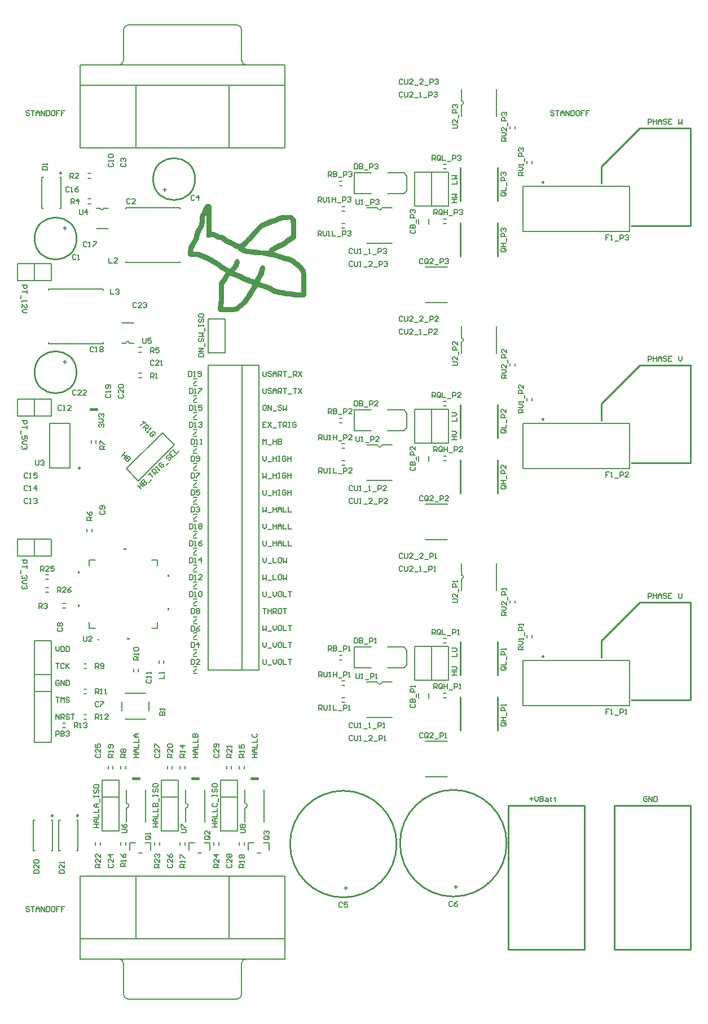
<source format=gto>
G04*
G04 #@! TF.GenerationSoftware,Altium Limited,Altium Designer,19.1.7 (138)*
G04*
G04 Layer_Color=65535*
%FSLAX25Y25*%
%MOIN*%
G70*
G01*
G75*
%ADD10C,0.00984*%
%ADD11C,0.00787*%
%ADD12C,0.01000*%
%ADD13C,0.00600*%
%ADD14C,0.01575*%
G36*
X419012Y308860D02*
Y307360D01*
X418012D01*
Y308860D01*
X419012D01*
D02*
G37*
G36*
Y328545D02*
Y327045D01*
X418012D01*
Y328545D01*
X419012D01*
D02*
G37*
G36*
X445234Y340988D02*
Y341988D01*
X446734D01*
Y340988D01*
X445234D01*
D02*
G37*
G36*
X447203Y289012D02*
Y288012D01*
X448703D01*
Y289012D01*
X447203D01*
D02*
G37*
G36*
X470988Y306892D02*
Y305392D01*
X471988D01*
Y306892D01*
X470988D01*
D02*
G37*
G36*
Y326577D02*
Y325077D01*
X471988D01*
Y326577D01*
X470988D01*
D02*
G37*
G36*
X495635Y545420D02*
X495880Y545350D01*
X495915Y545315D01*
X496055Y545245D01*
X496265Y545105D01*
X496510Y544930D01*
X497000Y544370D01*
Y529145D01*
X498155Y528865D01*
X498260D01*
X498365Y528830D01*
X498505Y528795D01*
X498820Y528725D01*
X499170Y528620D01*
X499205D01*
X499240Y528585D01*
X499450Y528515D01*
X499660Y528410D01*
X499870Y528305D01*
X499905D01*
X499975Y528270D01*
X500185Y528130D01*
X500465Y528025D01*
X500710Y527955D01*
X500780D01*
X500920Y527885D01*
X501095Y527780D01*
X501340Y527570D01*
X501410Y527500D01*
X501515Y527465D01*
X501655Y527395D01*
X501865Y527290D01*
X502145Y527220D01*
X502495Y527150D01*
X502950Y527080D01*
X503125D01*
X503300Y527045D01*
X503510Y527010D01*
X504035Y526905D01*
X504280Y526835D01*
X504490Y526730D01*
X504525D01*
X504595Y526695D01*
X504735Y526590D01*
X504875Y526485D01*
X505120Y526345D01*
X505365Y526135D01*
X505645Y525855D01*
X505995Y525540D01*
X506030Y525505D01*
X506170Y525400D01*
X506345Y525225D01*
X506590Y525050D01*
X507150Y524700D01*
X507430Y524525D01*
X507710Y524420D01*
X507745D01*
X507850Y524385D01*
X508025Y524315D01*
X508270Y524245D01*
X508550Y524105D01*
X508935Y523965D01*
X509355Y523755D01*
X509810Y523510D01*
X509880Y523475D01*
X510020Y523405D01*
X510265Y523265D01*
X510545Y523125D01*
X511140Y522810D01*
X511420Y522635D01*
X511630Y522495D01*
X511665Y522460D01*
X511735Y522425D01*
X511910Y522320D01*
X512155Y522250D01*
X512925Y521970D01*
X512960D01*
X513030Y521935D01*
X513275Y521865D01*
X513555Y521795D01*
X513660Y521760D01*
X513800D01*
X513905Y521795D01*
X514045Y521865D01*
X514220Y521970D01*
X514255D01*
X514290Y522040D01*
X514500Y522145D01*
X514780Y522320D01*
X515095Y522495D01*
X515130Y522530D01*
X515200Y522600D01*
X515375Y522740D01*
X515620Y522950D01*
X515935Y523265D01*
X516180Y523510D01*
X516425Y523720D01*
X516670Y524000D01*
X516985Y524315D01*
X517335Y524700D01*
X517720Y525085D01*
X517755Y525120D01*
X517825Y525190D01*
X517930Y525295D01*
X518070Y525470D01*
X518280Y525680D01*
X518490Y525890D01*
X519015Y526450D01*
X519575Y527115D01*
X520205Y527815D01*
X520870Y528550D01*
X521465Y529285D01*
Y529320D01*
X521535Y529355D01*
X521710Y529565D01*
X521990Y529880D01*
X522340Y530300D01*
X522795Y530790D01*
X523320Y531350D01*
X523880Y531910D01*
X524475Y532505D01*
X524510Y532540D01*
X524545Y532575D01*
X524755Y532750D01*
X525035Y533030D01*
X525385Y533345D01*
X525770Y533660D01*
X526120Y533940D01*
X526470Y534185D01*
X526750Y534325D01*
X526785D01*
X526820Y534360D01*
X526960Y534395D01*
X527135Y534465D01*
X527380Y534570D01*
X527730Y534710D01*
X528150Y534850D01*
X528675Y535060D01*
X528710D01*
X528745Y535095D01*
X528955Y535165D01*
X529235Y535305D01*
X529655Y535480D01*
X530110Y535690D01*
X530635Y535935D01*
X531195Y536180D01*
X531790Y536460D01*
X531825D01*
X531965Y536495D01*
X532140Y536565D01*
X532420Y536635D01*
X532455D01*
X532490Y536670D01*
X532700Y536705D01*
X532980Y536740D01*
X533260Y536775D01*
X533330D01*
X533505Y536845D01*
X533785Y536915D01*
X534135Y537020D01*
X534170D01*
X534240Y537055D01*
X534450Y537160D01*
X534730Y537300D01*
X535010Y537475D01*
X535045Y537510D01*
X535150Y537545D01*
X535325Y537650D01*
X535500Y537755D01*
X535745Y537895D01*
X536025Y538000D01*
X536620Y538245D01*
X536655D01*
X536760Y538280D01*
X536900Y538350D01*
X537110Y538420D01*
X537530Y538525D01*
X537950Y538560D01*
X538020D01*
X538230Y538595D01*
X538440Y538630D01*
X538510Y538665D01*
X538580Y538700D01*
X538615Y538735D01*
X538650D01*
X538755Y538770D01*
X538860Y538805D01*
X539035Y538840D01*
X539245Y538875D01*
X539875D01*
X540120Y538910D01*
X544775D01*
X546980Y536250D01*
X547120Y525295D01*
X546490Y524630D01*
X546455Y524595D01*
X546315Y524455D01*
X546140Y524280D01*
X545930Y524105D01*
X545895Y524070D01*
X545790Y523965D01*
X545650Y523860D01*
X545545Y523790D01*
X545510D01*
X545475Y523755D01*
X545265Y523650D01*
X544950Y523510D01*
X544565Y523265D01*
X544530D01*
X544495Y523195D01*
X544250Y523055D01*
X543935Y522880D01*
X543620Y522705D01*
X543585D01*
X543515Y522635D01*
X543340Y522530D01*
X543095Y522355D01*
X543025Y522320D01*
X542885Y522180D01*
X542640Y522005D01*
X542325Y521760D01*
X542290Y521725D01*
X542150Y521620D01*
X541940Y521445D01*
X541695Y521235D01*
X541380Y520990D01*
X541030Y520745D01*
X540295Y520220D01*
X540260Y520185D01*
X540120Y520115D01*
X539945Y520010D01*
X539735Y519905D01*
X539175Y519625D01*
X538895Y519520D01*
X538615Y519415D01*
X538580D01*
X538475Y519380D01*
X538335Y519310D01*
X538090Y519205D01*
X537775Y519100D01*
X537390Y518890D01*
X536935Y518645D01*
X536375Y518365D01*
X536305Y518330D01*
X536130Y518225D01*
X535850Y518085D01*
X535535Y517910D01*
X535185Y517700D01*
X534835Y517490D01*
X534555Y517280D01*
X534310Y517105D01*
X534275Y517070D01*
X534170Y516965D01*
X534100Y516860D01*
Y516790D01*
X534205D01*
X534275Y516755D01*
X534800D01*
X534975Y516720D01*
X535220Y516685D01*
X535570Y516580D01*
X535605D01*
X535675Y516545D01*
X535745Y516510D01*
X535885Y516475D01*
X536200Y516335D01*
X536550Y516160D01*
X536585D01*
X536620Y516125D01*
X536865Y516055D01*
X537145Y515915D01*
X537460Y515810D01*
X537495D01*
X537530Y515775D01*
X537705Y515740D01*
X537880Y515670D01*
X538055Y515635D01*
X538090D01*
X538195Y515600D01*
X538405Y515565D01*
X538685Y515460D01*
X540960Y514795D01*
X540995D01*
X541065Y514760D01*
X541170Y514725D01*
X541310Y514690D01*
X541625Y514585D01*
X541975Y514515D01*
X542010D01*
X542115Y514480D01*
X542255Y514445D01*
X542465Y514410D01*
X542710Y514340D01*
X542990Y514270D01*
X543585Y514060D01*
X543620D01*
X543725Y514025D01*
X543900Y513955D01*
X544075Y513885D01*
X544565Y513675D01*
X545055Y513500D01*
X545090D01*
X545125Y513465D01*
X545300Y513360D01*
X545475Y513255D01*
X545615Y513220D01*
X545650D01*
X545755Y513185D01*
X545895Y513115D01*
X546070Y512975D01*
X546105Y512940D01*
X546245Y512800D01*
X546455Y512625D01*
X546700Y512380D01*
X546770Y512310D01*
X546910Y512170D01*
X547120Y511995D01*
X547330Y511785D01*
X547365Y511750D01*
X547505Y511680D01*
X547610Y511610D01*
X547715Y511575D01*
X547750D01*
X547820Y511505D01*
X547995Y511435D01*
X548205Y511295D01*
X548485Y511050D01*
X548870Y510735D01*
X549325Y510350D01*
X549885Y509825D01*
X549920D01*
X549955Y509755D01*
X550165Y509580D01*
X550445Y509300D01*
X550760Y508950D01*
X551145Y508600D01*
X551495Y508215D01*
X551775Y507865D01*
X552020Y507550D01*
Y507515D01*
X552055Y507445D01*
X552125Y507340D01*
X552230Y507235D01*
X552440Y506885D01*
X552720Y506570D01*
X552755Y506535D01*
X552790Y506500D01*
X552825Y506430D01*
X552860Y506255D01*
X552930Y506045D01*
Y505730D01*
X552965Y505310D01*
Y505240D01*
Y505170D01*
Y505030D01*
Y504855D01*
X553000Y504645D01*
Y504365D01*
Y504015D01*
Y503630D01*
Y503175D01*
X553035Y502650D01*
Y502020D01*
Y501355D01*
Y500585D01*
Y499745D01*
Y498800D01*
Y491345D01*
X551810Y490120D01*
X547155D01*
X546770Y490155D01*
X546245D01*
X546070Y490190D01*
X545860Y490225D01*
X545440Y490260D01*
X545195Y490330D01*
X545020Y490365D01*
X544985D01*
X544950Y490400D01*
X544845D01*
X544705Y490435D01*
X544355Y490505D01*
X543900Y490575D01*
X543795D01*
X543655Y490610D01*
X543515D01*
X543130Y490645D01*
X542675Y490680D01*
X542570D01*
X542465Y490715D01*
X542080D01*
X541870Y490750D01*
X541310Y490820D01*
X541275D01*
X541170Y490855D01*
X541030D01*
X540855Y490890D01*
X540400Y490960D01*
X539910Y491065D01*
X539875D01*
X539805Y491100D01*
X539700D01*
X539525Y491135D01*
X539140Y491240D01*
X538685Y491310D01*
X538650D01*
X538580Y491345D01*
X538475D01*
X538335Y491380D01*
X538055Y491415D01*
X537565D01*
X537320Y491450D01*
X536970Y491520D01*
X536935D01*
X536900Y491555D01*
X536690Y491625D01*
X536375Y491695D01*
X536025Y491800D01*
X535990D01*
X535955Y491835D01*
X535710Y491870D01*
X535430Y491975D01*
X535080Y492045D01*
X535010Y492080D01*
X534835Y492115D01*
X534625Y492150D01*
X534310D01*
X534135Y492185D01*
X533925Y492220D01*
X533785Y492325D01*
X533750Y492360D01*
X533680Y492430D01*
X533540Y492500D01*
X533330Y492535D01*
X533260D01*
X533120Y492605D01*
X532875Y492780D01*
X532735Y492885D01*
X532560Y493060D01*
X532525Y493095D01*
X532455Y493165D01*
X532315Y493270D01*
X532070Y493410D01*
X531790Y493585D01*
X531405Y493795D01*
X530950Y494005D01*
X530390Y494250D01*
X530320Y494285D01*
X530110Y494355D01*
X529795Y494495D01*
X529375Y494670D01*
X528850Y494845D01*
X528290Y495055D01*
X527660Y495265D01*
X526995Y495440D01*
X526960D01*
X526925Y495475D01*
X526715Y495545D01*
X526435Y495615D01*
X526085Y495720D01*
X526050D01*
X526015Y495755D01*
X525840Y495825D01*
X525595Y495895D01*
X525350Y496000D01*
X525315D01*
X525280Y496035D01*
X525105Y496140D01*
X524860Y496210D01*
X524615Y496245D01*
X524580D01*
X524510Y496210D01*
X524405Y496140D01*
X524300Y496070D01*
X524160Y495930D01*
X523985Y495720D01*
X523775Y495475D01*
X523740Y495440D01*
X523670Y495335D01*
X523565Y495160D01*
X523425Y494950D01*
X523215Y494635D01*
X523005Y494285D01*
X522760Y493865D01*
X522480Y493375D01*
X521745Y492010D01*
Y491975D01*
X521675Y491905D01*
X521570Y491660D01*
X521395Y491380D01*
X521325Y491275D01*
X521255Y491205D01*
X521185Y491135D01*
X521080Y490960D01*
X520905Y490750D01*
X520800Y490505D01*
Y490470D01*
X520730Y490400D01*
X520625Y490225D01*
X520450Y489980D01*
X519155Y488125D01*
X518595Y487285D01*
X518560Y487250D01*
X518455Y487110D01*
X518245Y486865D01*
X518105Y486690D01*
X517930Y486515D01*
X517895Y486480D01*
X517860Y486410D01*
X517755Y486305D01*
X517615Y486200D01*
X517265Y485850D01*
X516810Y485465D01*
X513415Y482595D01*
X513380Y482560D01*
X513275Y482490D01*
X513100Y482350D01*
X512925Y482245D01*
X512575Y481930D01*
X512400Y481825D01*
X512295Y481755D01*
X512260D01*
X512155Y481720D01*
X512085D01*
X511945Y481685D01*
X511735D01*
X511490Y481650D01*
X511210Y481615D01*
X510825D01*
X510405Y481580D01*
X509285D01*
X508585Y481545D01*
X501935D01*
X501375Y482105D01*
X501305Y482175D01*
X501200Y482315D01*
X501060Y482525D01*
X500955Y482770D01*
Y482805D01*
Y482840D01*
Y482945D01*
X500920Y483085D01*
Y483295D01*
Y483540D01*
Y483855D01*
X500955Y484240D01*
X501095Y485605D01*
X501235Y486900D01*
Y486935D01*
Y487005D01*
X501270Y487145D01*
Y487355D01*
X501305Y487670D01*
X501340Y488090D01*
Y488615D01*
X501375Y489280D01*
Y489315D01*
Y489385D01*
Y489490D01*
Y489630D01*
Y489805D01*
X501410Y490015D01*
Y490540D01*
Y491170D01*
X501445Y491905D01*
Y492710D01*
Y493585D01*
Y499185D01*
X502250Y499885D01*
X502285Y499955D01*
X502425Y500130D01*
X502635Y500375D01*
X502880Y500655D01*
Y500690D01*
X502950Y500725D01*
X503090Y500935D01*
X503230Y501180D01*
X503370Y501460D01*
X503405Y501530D01*
X503475Y501670D01*
X503615Y501880D01*
X503790Y502125D01*
X503825Y502195D01*
X503930Y502335D01*
X504070Y502475D01*
X504175Y502615D01*
X504210Y502650D01*
X504245Y502685D01*
X504385Y502895D01*
X504560Y503175D01*
X504595Y503315D01*
X504630Y503490D01*
Y503525D01*
Y503560D01*
X504700Y503805D01*
X504805Y504085D01*
X504980Y504400D01*
X505400Y504785D01*
X503405Y505975D01*
X503370Y506010D01*
X503230Y506080D01*
X502985Y506255D01*
X502635Y506465D01*
X502600Y506500D01*
X502530Y506535D01*
X502425Y506605D01*
X502285Y506710D01*
X501935Y506990D01*
X501515Y507340D01*
X501480Y507375D01*
X501410Y507445D01*
X501305Y507550D01*
X501130Y507655D01*
X500745Y508005D01*
X500220Y508355D01*
X500185Y508390D01*
X500115Y508425D01*
X499975Y508530D01*
X499800Y508635D01*
X499380Y508880D01*
X498960Y509090D01*
X498925D01*
X498855Y509125D01*
X498750Y509195D01*
X498645Y509265D01*
X498295Y509440D01*
X497910Y509650D01*
X497875D01*
X497840Y509685D01*
X497665Y509825D01*
X497455Y509930D01*
X497280Y510070D01*
X497245Y510105D01*
X497140Y510175D01*
X496965Y510315D01*
X496755Y510455D01*
X496440Y510665D01*
X496055Y510875D01*
X495600Y511120D01*
X495075Y511400D01*
X495005Y511435D01*
X494830Y511540D01*
X494550Y511680D01*
X494165Y511820D01*
X493745Y512030D01*
X493290Y512205D01*
X492800Y512380D01*
X492345Y512520D01*
X492310D01*
X492275Y512555D01*
X492170Y512590D01*
X492030Y512625D01*
X491645Y512765D01*
X491190Y512940D01*
X491155D01*
X491085Y512975D01*
X490980Y513045D01*
X490805Y513115D01*
X490455Y513290D01*
X490035Y513500D01*
X490000Y513535D01*
X489895Y513570D01*
X489720Y513640D01*
X489510Y513745D01*
X489020Y513920D01*
X488530Y514060D01*
X488495D01*
X488425Y514095D01*
X488250D01*
X488040Y514130D01*
X487760D01*
X487375Y514165D01*
X485450D01*
X485100Y514200D01*
X484435D01*
X484225Y514235D01*
X484190D01*
X484155Y514270D01*
X483980Y514305D01*
X483735Y514445D01*
X483490Y514655D01*
Y514690D01*
X483455Y514725D01*
X483315Y514900D01*
X483175Y515145D01*
X483070Y515390D01*
Y515425D01*
Y515460D01*
X483035Y515565D01*
Y515705D01*
Y515880D01*
Y516125D01*
Y516405D01*
Y516755D01*
Y516790D01*
Y516860D01*
X483070Y517000D01*
Y517175D01*
X483105Y517385D01*
Y517630D01*
X483210Y518190D01*
X483315Y518785D01*
X483455Y519415D01*
X483630Y519975D01*
X483875Y520465D01*
X484470Y521760D01*
Y521795D01*
X484540Y521865D01*
X484610Y522005D01*
X484680Y522145D01*
X484855Y522495D01*
X485030Y522845D01*
X485870Y524140D01*
X485905Y524210D01*
X486010Y524385D01*
X486150Y524630D01*
X486325Y524980D01*
X486465Y525365D01*
X486605Y525785D01*
X486710Y526205D01*
X486745Y526660D01*
Y526695D01*
Y526730D01*
X486780Y526940D01*
X486850Y527220D01*
X486955Y527500D01*
Y527535D01*
X487025Y527640D01*
X487060Y527780D01*
X487165Y528060D01*
X487410Y528795D01*
Y528830D01*
X487445Y528865D01*
X487480Y529075D01*
X487620Y529390D01*
X487830Y529810D01*
Y529845D01*
X487900Y529915D01*
X487970Y530055D01*
X488040Y530195D01*
X488285Y530580D01*
X488530Y531000D01*
X488565Y531070D01*
X488705Y531245D01*
X488880Y531525D01*
X489055Y531840D01*
X489300Y532225D01*
X489475Y532610D01*
X489650Y532960D01*
X489790Y533310D01*
Y533345D01*
X489825Y533485D01*
X489860Y533695D01*
X489930Y534010D01*
X489965Y534395D01*
X490035Y534885D01*
X490070Y535480D01*
X490105Y536180D01*
Y536215D01*
Y536250D01*
Y536460D01*
X490140Y536740D01*
Y537090D01*
X490175Y537440D01*
X490210Y537790D01*
Y538140D01*
X490245Y538385D01*
Y538420D01*
X490280Y538490D01*
X490350Y538735D01*
X490455Y539015D01*
X490630Y539260D01*
X490665Y539295D01*
X490700Y539365D01*
X490805Y539470D01*
X490910Y539645D01*
X491015Y539855D01*
X491190Y540135D01*
X491330Y540415D01*
X491505Y540765D01*
X491540Y540800D01*
X491575Y540940D01*
X491680Y541150D01*
X491785Y541430D01*
X491925Y541745D01*
X492065Y542095D01*
X492345Y542935D01*
Y542970D01*
X492380Y543040D01*
X492450Y543180D01*
X492520Y543320D01*
X492730Y543705D01*
X493010Y544195D01*
X493395Y544650D01*
X493850Y545035D01*
X494130Y545175D01*
X494410Y545315D01*
X494725Y545385D01*
X495075Y545420D01*
X495180D01*
X495390Y545455D01*
X495635Y545420D01*
D02*
G37*
%LPC*%
G36*
X543340Y535970D02*
X541555Y535900D01*
X541380D01*
X541170Y535865D01*
X540890Y535830D01*
X540575Y535795D01*
X540190Y535760D01*
X539770Y535690D01*
X539350Y535620D01*
X538405Y535410D01*
X537460Y535165D01*
X537005Y534990D01*
X536585Y534780D01*
X536235Y534570D01*
X535885Y534325D01*
X535850Y534290D01*
X535780Y534255D01*
X535605Y534150D01*
X535360Y534080D01*
X535290D01*
X535115Y534010D01*
X534870Y533940D01*
X534520Y533870D01*
X534450D01*
X534345Y533835D01*
X534205Y533800D01*
X533855Y533730D01*
X533435Y533625D01*
X533400D01*
X533330Y533590D01*
X533225Y533555D01*
X533120Y533520D01*
X532805Y533380D01*
X532490Y533240D01*
X530425Y532435D01*
X529550Y532015D01*
X529515D01*
X529480Y531980D01*
X529270Y531875D01*
X528955Y531770D01*
X528640Y531630D01*
X528570Y531595D01*
X528395Y531560D01*
X528220Y531490D01*
X528045Y531455D01*
X528010D01*
X527975Y531420D01*
X527870Y531385D01*
X527695Y531315D01*
X527520Y531175D01*
X527240Y531000D01*
X526925Y530755D01*
X526575Y530440D01*
X526540Y530405D01*
X526400Y530300D01*
X526225Y530090D01*
X526015Y529880D01*
X525525Y529355D01*
X525315Y529075D01*
X525105Y528795D01*
X525070Y528760D01*
X525000Y528655D01*
X524860Y528480D01*
X524650Y528200D01*
X524300Y527815D01*
X524090Y527570D01*
X523845Y527290D01*
X523565Y526940D01*
X523215Y526590D01*
X522865Y526205D01*
X522445Y525750D01*
X522410Y525715D01*
X522340Y525645D01*
X522235Y525505D01*
X522060Y525330D01*
X521850Y525120D01*
X521605Y524840D01*
X521325Y524560D01*
X521045Y524210D01*
X520345Y523475D01*
X519575Y522670D01*
X518770Y521795D01*
X517930Y520920D01*
X516495Y519345D01*
X517020Y519170D01*
X517055D01*
X517125Y519135D01*
X517230Y519100D01*
X517335Y519065D01*
X517510Y519030D01*
X517720Y518995D01*
X518000Y518960D01*
X518315Y518890D01*
X518665Y518820D01*
X519120Y518750D01*
X519610Y518715D01*
X520205Y518645D01*
X520870Y518540D01*
X521605Y518470D01*
X522410Y518400D01*
X523985Y518260D01*
X524125D01*
X524265Y518225D01*
X524440D01*
X524860Y518155D01*
X525035Y518120D01*
X525210Y518085D01*
X525280D01*
X525385Y518050D01*
X525525Y518015D01*
X525875Y517980D01*
X526330Y517910D01*
X526785D01*
X527205Y517875D01*
X527695D01*
X528990Y517805D01*
X529095D01*
X529200Y517770D01*
X529340D01*
X529620Y517735D01*
X529900D01*
X529970Y517700D01*
X530215Y517630D01*
X530495Y517595D01*
X530740D01*
X530845Y517665D01*
X530950Y517805D01*
X531055Y517980D01*
Y518015D01*
X531090Y518050D01*
X531160Y518260D01*
X531195Y518470D01*
X531230Y518680D01*
Y518715D01*
X531300Y518820D01*
X531405Y518960D01*
X531615Y519205D01*
X531755Y519310D01*
X531930Y519485D01*
X532175Y519660D01*
X532455Y519835D01*
X532770Y520045D01*
X533120Y520255D01*
X533540Y520500D01*
X534030Y520745D01*
X535500Y521480D01*
X536305Y521970D01*
X536340D01*
X536375Y522005D01*
X536620Y522145D01*
X536900Y522250D01*
X537215Y522320D01*
X537285D01*
X537425Y522355D01*
X537565Y522425D01*
X537740Y522495D01*
X537985Y522600D01*
X538265Y522740D01*
X538580Y522915D01*
X538615Y522950D01*
X538755Y523020D01*
X538930Y523125D01*
X539175Y523300D01*
X539455Y523510D01*
X539770Y523755D01*
X540120Y524035D01*
X540470Y524350D01*
X541310Y525050D01*
X541345Y525085D01*
X541485Y525190D01*
X541625Y525260D01*
X541730Y525295D01*
X541765D01*
X541835Y525330D01*
X541975Y525400D01*
X542185Y525505D01*
X542990Y525995D01*
X544180Y526660D01*
X544110Y530790D01*
Y530825D01*
Y530895D01*
Y531035D01*
Y531210D01*
Y531420D01*
X544075Y531665D01*
Y532225D01*
X544040Y532820D01*
Y533415D01*
X544005Y533940D01*
X543970Y534150D01*
Y534325D01*
Y534360D01*
Y534465D01*
X543935Y534640D01*
X543900Y534815D01*
X543830Y535165D01*
X543760Y535305D01*
X543690Y535410D01*
X543340Y535970D01*
D02*
G37*
G36*
X493990Y538420D02*
X493570Y538035D01*
X493535Y538000D01*
X493430Y537860D01*
X493290Y537615D01*
X493220Y537265D01*
Y537230D01*
Y537160D01*
Y537020D01*
X493185Y536810D01*
Y536530D01*
X493150Y536145D01*
Y535725D01*
X493115Y535165D01*
Y535130D01*
Y535095D01*
Y534990D01*
X493080Y534850D01*
X493045Y534535D01*
X493010Y534115D01*
X492975Y533625D01*
X492905Y533170D01*
X492835Y532680D01*
X492730Y532260D01*
Y532225D01*
X492695Y532085D01*
X492625Y531910D01*
X492555Y531665D01*
X492310Y531140D01*
X492170Y530895D01*
X491995Y530650D01*
X491960Y530615D01*
X491855Y530475D01*
X491715Y530265D01*
X491540Y529950D01*
X491295Y529565D01*
X491050Y529110D01*
X490770Y528550D01*
X490490Y527955D01*
Y527920D01*
X490455Y527885D01*
X490385Y527675D01*
X490245Y527360D01*
X490140Y526975D01*
X490000Y526555D01*
X489860Y526100D01*
X489790Y525645D01*
X489755Y525225D01*
Y525190D01*
X489720Y525050D01*
X489650Y524805D01*
X489510Y524455D01*
Y524420D01*
X489475Y524350D01*
X489405Y524245D01*
X489370Y524140D01*
X489195Y523790D01*
X488985Y523405D01*
Y523370D01*
X488950Y523335D01*
X488880Y523230D01*
X488810Y523090D01*
X488635Y522775D01*
X488425Y522355D01*
X488145Y521830D01*
X487865Y521305D01*
X487585Y520745D01*
X487305Y520220D01*
X487270Y520150D01*
X487200Y520010D01*
X487060Y519765D01*
X486955Y519450D01*
X486640Y518820D01*
X486535Y518540D01*
X486465Y518330D01*
X486255Y517525D01*
Y517490D01*
Y517420D01*
X486360Y517315D01*
X486430Y517280D01*
X486570Y517245D01*
X486640D01*
X486780Y517210D01*
X486920D01*
X487165Y517175D01*
X487445D01*
X487830Y517140D01*
X488285Y517105D01*
X488495D01*
X488740Y517070D01*
X489020D01*
X489615Y517000D01*
X489895Y516965D01*
X490140Y516930D01*
X490175D01*
X490245Y516895D01*
X490350D01*
X490455Y516860D01*
X490770Y516755D01*
X491085Y516580D01*
X491120D01*
X491155Y516545D01*
X491330Y516440D01*
X491645Y516300D01*
X491995Y516090D01*
X492030D01*
X492100Y516055D01*
X492205Y515985D01*
X492345Y515950D01*
X492695Y515810D01*
X493115Y515670D01*
X494865Y514970D01*
X494900D01*
X494970Y514935D01*
X495075Y514900D01*
X495215Y514865D01*
X495530Y514760D01*
X495915Y514655D01*
X495950Y514620D01*
X496090Y514550D01*
X496300Y514410D01*
X496580Y514235D01*
X498085Y513290D01*
X498120D01*
X498155Y513220D01*
X498400Y513080D01*
X498680Y512870D01*
X498995Y512660D01*
X499030Y512625D01*
X499100Y512555D01*
X499240Y512485D01*
X499450Y512345D01*
X499520Y512310D01*
X499660Y512240D01*
X499870Y512170D01*
X500115Y512065D01*
X500185D01*
X500325Y511995D01*
X500535Y511890D01*
X500815Y511750D01*
X500850D01*
X500885Y511715D01*
X501060Y511610D01*
X501305Y511435D01*
X501515Y511225D01*
X501550Y511190D01*
X501585Y511155D01*
X501795Y510945D01*
X502075Y510735D01*
X502180Y510630D01*
X502285Y510595D01*
X502320D01*
X502390Y510560D01*
X502495Y510490D01*
X502635Y510420D01*
X502810Y510315D01*
X503020Y510140D01*
X503300Y509930D01*
X503370Y509895D01*
X503545Y509755D01*
X503790Y509545D01*
X504140Y509265D01*
X504560Y508985D01*
X505050Y508635D01*
X505575Y508320D01*
X506135Y507970D01*
X506170D01*
X506205Y507935D01*
X506380Y507830D01*
X506660Y507725D01*
X506940Y507550D01*
X507290Y507410D01*
X507605Y507305D01*
X507885Y507200D01*
X508060D01*
X508095Y507235D01*
X508200Y507340D01*
X508375Y507550D01*
X508620Y507795D01*
X509705Y509055D01*
X509740Y509090D01*
X509775Y509125D01*
X509950Y509335D01*
X510125Y509615D01*
X510300Y509895D01*
Y509930D01*
X510335Y509965D01*
X510405Y510140D01*
X510475Y510455D01*
X510545Y510805D01*
Y510840D01*
Y510875D01*
X510580Y510980D01*
X510615Y511120D01*
X510685Y511435D01*
X510860Y511820D01*
X511070Y512170D01*
X511350Y512520D01*
X511735Y512765D01*
X511980Y512835D01*
X512225Y512870D01*
X512295D01*
X512540Y512835D01*
X512820Y512695D01*
X512995Y512625D01*
X513135Y512485D01*
X513275Y512345D01*
X513415Y512135D01*
X513555Y511890D01*
X513625Y511610D01*
X513695Y511260D01*
Y510840D01*
X513660Y510385D01*
X513555Y509860D01*
Y509825D01*
X513520Y509720D01*
X513485Y509580D01*
X513450Y509370D01*
X513275Y508915D01*
X513065Y508425D01*
Y508390D01*
X512995Y508320D01*
X512890Y508180D01*
X512785Y507970D01*
X512610Y507760D01*
X512365Y507480D01*
X512085Y507130D01*
X511770Y506780D01*
X510615Y505415D01*
X511070Y505345D01*
X511105D01*
X511280Y505275D01*
X511490Y505205D01*
X511770Y505065D01*
X512715Y504680D01*
X512750D01*
X512785Y504645D01*
X513030Y504540D01*
X513345Y504400D01*
X513695Y504260D01*
X513730D01*
X513800Y504225D01*
X514010Y504155D01*
X514255Y504085D01*
X514500Y504050D01*
X514535D01*
X514605Y504015D01*
X514710Y503980D01*
X514885Y503910D01*
X515165Y503770D01*
X515340Y503665D01*
X515445Y503560D01*
X515480Y503525D01*
X515620Y503420D01*
X515830Y503280D01*
X516075Y503175D01*
X516740Y502825D01*
X516775D01*
X516810Y502790D01*
X516915Y502720D01*
X517055Y502650D01*
X517370Y502475D01*
X517755Y502300D01*
X517790D01*
X517860Y502265D01*
X518070Y502195D01*
X518350Y502090D01*
X518595Y502055D01*
X518700D01*
X518840Y502020D01*
X519085Y501950D01*
X519365Y501845D01*
X519785Y501670D01*
X520275Y501460D01*
X520905Y501180D01*
X520940D01*
X521010Y501145D01*
X521115Y501110D01*
X521255Y501075D01*
X521640Y500935D01*
X522095Y500830D01*
X522165D01*
X522305Y500795D01*
X522480Y500830D01*
X522585Y500900D01*
X522690Y501005D01*
X522760Y501075D01*
X522830Y501180D01*
X522935Y501320D01*
X523075Y501530D01*
X523285Y501810D01*
X523530Y502160D01*
X523810Y502615D01*
X523845Y502650D01*
X523880Y502755D01*
X523950Y502895D01*
X524055Y503070D01*
X524195Y503315D01*
X524335Y503595D01*
X524615Y504225D01*
X524930Y504925D01*
X525210Y505660D01*
X525385Y506360D01*
X525455Y506675D01*
X525490Y506990D01*
Y507025D01*
Y507060D01*
X525525Y507200D01*
X525560Y507375D01*
X525665Y507515D01*
X525700Y507550D01*
X525770Y507620D01*
X525805Y507760D01*
X525840Y507935D01*
Y507970D01*
X525875Y508005D01*
X525945Y508180D01*
X526085Y508460D01*
X526330Y508740D01*
X526365Y508775D01*
X526400Y508810D01*
X526645Y508950D01*
X526960Y509055D01*
X527135Y509125D01*
X527415D01*
X527590Y509090D01*
X527835Y509020D01*
X528115Y508915D01*
X528360Y508705D01*
X528605Y508390D01*
X528710Y508180D01*
X528780Y507935D01*
X528850Y507655D01*
Y507340D01*
Y507305D01*
Y507270D01*
Y507095D01*
X528815Y506850D01*
X528780Y506605D01*
Y506570D01*
X528745Y506430D01*
X528675Y506290D01*
X528605Y506185D01*
Y506150D01*
X528535Y506080D01*
Y505975D01*
X528500Y505870D01*
X528465Y505695D01*
Y505485D01*
Y505450D01*
Y505380D01*
X528430Y505170D01*
X528360Y504890D01*
X528325Y504785D01*
X528255Y504715D01*
X528220Y504680D01*
X528185Y504610D01*
X528150Y504505D01*
X528115Y504295D01*
Y504225D01*
X528080Y504050D01*
X528010Y503770D01*
X527835Y503350D01*
Y503315D01*
X527800Y503245D01*
X527730Y503140D01*
X527660Y503000D01*
X527450Y502615D01*
X527205Y502195D01*
X526190Y500550D01*
Y500515D01*
X526120Y500445D01*
X526050Y500305D01*
X525980Y500165D01*
X525805Y499815D01*
X525735Y499675D01*
X525665Y499535D01*
Y499500D01*
Y499395D01*
X525700Y499290D01*
X525770Y499255D01*
X525840Y499220D01*
X525910D01*
X526050Y499150D01*
X526330Y499045D01*
X526715Y498835D01*
X526750D01*
X526820Y498800D01*
X526925Y498730D01*
X527065Y498695D01*
X527380Y498555D01*
X527625Y498520D01*
X527660D01*
X527730Y498485D01*
X527870D01*
X528080Y498415D01*
X528360Y498345D01*
X528710Y498240D01*
X529165Y498065D01*
X529725Y497890D01*
X529760D01*
X529795Y497855D01*
X530005Y497785D01*
X530320Y497715D01*
X530705Y497575D01*
X531125Y497400D01*
X531580Y497225D01*
X532035Y497050D01*
X532490Y496875D01*
X532525D01*
X532560Y496840D01*
X532770Y496700D01*
X533050Y496525D01*
X533365Y496350D01*
X533400D01*
X533435Y496315D01*
X533610Y496210D01*
X533785Y496070D01*
X533925Y495930D01*
X533960D01*
X533995Y495860D01*
X534170Y495755D01*
X534380Y495615D01*
X534625Y495545D01*
X534695D01*
X534800Y495510D01*
X534940Y495440D01*
X535080Y495335D01*
X535115Y495300D01*
X535220Y495265D01*
X535430Y495195D01*
X535570Y495160D01*
X535920D01*
X536095Y495125D01*
X536375Y495055D01*
X536410D01*
X536445Y495020D01*
X536620Y494985D01*
X536900Y494880D01*
X537180Y494775D01*
X537215D01*
X537250Y494740D01*
X537460Y494670D01*
X537740Y494600D01*
X538125Y494495D01*
X538230D01*
X538335Y494460D01*
X538475D01*
X538790Y494425D01*
X539420D01*
X539595Y494390D01*
X540015Y494355D01*
X540190Y494285D01*
X540295Y494215D01*
X540365Y494180D01*
X540435Y494145D01*
X540575Y494075D01*
X540750Y494040D01*
X540995Y493970D01*
X541310Y493900D01*
X541695Y493830D01*
X541765D01*
X541905Y493795D01*
X542115Y493760D01*
X542430D01*
X542780Y493725D01*
X543200Y493690D01*
X544110Y493655D01*
X544495D01*
X544845Y493620D01*
X545265Y493585D01*
X545370D01*
X545615Y493550D01*
X545895Y493480D01*
X546140Y493410D01*
X546210D01*
X546350Y493340D01*
X546630Y493270D01*
X547050Y493200D01*
X547155D01*
X547295Y493165D01*
X547470D01*
X547680Y493130D01*
X547925D01*
X548485Y493095D01*
X550060D01*
Y498905D01*
Y498940D01*
Y499080D01*
Y499255D01*
Y499500D01*
Y499780D01*
Y500130D01*
Y500865D01*
Y501705D01*
Y502510D01*
X550025Y502860D01*
Y503210D01*
Y503525D01*
Y503770D01*
Y503840D01*
Y503980D01*
X549990Y504155D01*
Y504400D01*
X549955Y504610D01*
X549920Y504820D01*
X549850Y504960D01*
X549780Y504995D01*
X549745Y505030D01*
X549675Y505170D01*
X549570Y505380D01*
X549500Y505590D01*
X549465Y505660D01*
X549430Y505765D01*
X549325Y505870D01*
X549185Y506080D01*
X548975Y506325D01*
X548695Y506605D01*
X548345Y506990D01*
X548310Y507025D01*
X548170Y507165D01*
X547960Y507375D01*
X547715Y507620D01*
X547435Y507900D01*
X547120Y508180D01*
X546805Y508460D01*
X546490Y508705D01*
X545720Y509160D01*
X545055Y509790D01*
X545020Y509825D01*
X544950Y509860D01*
X544810Y509965D01*
X544635Y510105D01*
X544390Y510245D01*
X544075Y510420D01*
X543725Y510595D01*
X543305Y510770D01*
X543270Y510805D01*
X543095Y510840D01*
X542885Y510945D01*
X542570Y511050D01*
X542220Y511190D01*
X541800Y511295D01*
X540960Y511505D01*
X539910Y511785D01*
X538755Y512170D01*
X538720D01*
X538650Y512205D01*
X538580Y512240D01*
X538440Y512310D01*
X538090Y512415D01*
X537740Y512520D01*
X537705D01*
X537670Y512555D01*
X537460Y512590D01*
X537250Y512625D01*
X537040Y512660D01*
X537005D01*
X536900Y512695D01*
X536725Y512730D01*
X536480Y512800D01*
X536410Y512835D01*
X536235Y512905D01*
X535990Y513010D01*
X535675Y513150D01*
X535605Y513185D01*
X535500Y513220D01*
X535395Y513290D01*
X535045Y513395D01*
X534555Y513535D01*
X534520D01*
X534450Y513570D01*
X534310Y513605D01*
X534100Y513675D01*
X533890Y513710D01*
X533645Y513780D01*
X533085Y513885D01*
X531370Y514165D01*
X529725Y514515D01*
X529690D01*
X529620Y514550D01*
X529480Y514585D01*
X529270Y514620D01*
X529060Y514690D01*
X528780Y514725D01*
X528185Y514830D01*
X528150D01*
X528045Y514865D01*
X527870D01*
X527695Y514900D01*
X527205Y514935D01*
X525840D01*
X525315Y514970D01*
X525210D01*
X525070Y515005D01*
X524895D01*
X524545Y515075D01*
X524160Y515110D01*
X524090D01*
X523985Y515145D01*
X523845D01*
X523670Y515180D01*
X523460Y515215D01*
X523180D01*
X522900Y515250D01*
X521325Y515460D01*
X521185D01*
X521045Y515495D01*
X520835D01*
X520590Y515530D01*
X520310Y515565D01*
X519680Y515635D01*
X518980Y515705D01*
X518280Y515810D01*
X517615Y515880D01*
X517300Y515950D01*
X517020Y515985D01*
X516950D01*
X516810Y516020D01*
X516565Y516090D01*
X516320Y516125D01*
X516040Y516230D01*
X515760Y516300D01*
X515550Y516370D01*
X515410Y516475D01*
X515375Y516510D01*
X515270Y516615D01*
X515130Y516720D01*
X514955Y516790D01*
X514920D01*
X514850Y516825D01*
X514780Y516860D01*
X514640Y516930D01*
X514500Y517035D01*
X514290Y517175D01*
X514010Y517350D01*
X513975Y517385D01*
X513905Y517455D01*
X513765Y517525D01*
X513590Y517665D01*
X513205Y517980D01*
X512820Y518295D01*
X512785Y518330D01*
X512750Y518365D01*
X512575Y518540D01*
X512330Y518680D01*
X512225Y518750D01*
X512120Y518785D01*
X512085D01*
X511980Y518820D01*
X511805Y518890D01*
X511560Y518960D01*
X510930Y519240D01*
X509775Y519905D01*
X509705Y519940D01*
X509565Y520010D01*
X509320Y520150D01*
X509040Y520325D01*
X508690Y520500D01*
X508305Y520675D01*
X507500Y521060D01*
X507465Y521095D01*
X507325Y521130D01*
X507150Y521235D01*
X506940Y521305D01*
X506520Y521515D01*
X506310Y521585D01*
X506170Y521620D01*
X506135D01*
X505995Y521655D01*
X505785Y521760D01*
X505470Y521935D01*
X505435D01*
X505400Y522005D01*
X505295Y522075D01*
X505155Y522180D01*
X504840Y522425D01*
X504455Y522775D01*
X504420Y522810D01*
X504315Y522915D01*
X504140Y523055D01*
X503965Y523230D01*
X503510Y523545D01*
X503300Y523685D01*
X503125Y523790D01*
X503055Y523825D01*
X502950Y523860D01*
X502845Y523895D01*
X502670Y523965D01*
X502460Y524000D01*
X502180Y524035D01*
X501900Y524070D01*
X501760D01*
X501620Y524105D01*
X501445Y524140D01*
X500990Y524210D01*
X500570Y524350D01*
X500535D01*
X500500Y524385D01*
X500395Y524455D01*
X500255Y524525D01*
X499870Y524700D01*
X499380Y524980D01*
X499310Y525015D01*
X499170Y525085D01*
X498960Y525225D01*
X498680Y525365D01*
X498050Y525680D01*
X497735Y525785D01*
X497455Y525890D01*
X497420D01*
X497350Y525925D01*
X496930D01*
X496755Y525890D01*
X496580Y525785D01*
X496440Y525680D01*
X496370Y525610D01*
X496195Y525505D01*
X495915Y525365D01*
X495705Y525330D01*
X495495Y525295D01*
X495390D01*
X495285Y525330D01*
X495145Y525365D01*
X494795Y525470D01*
X494620Y525575D01*
X494480Y525715D01*
X493990Y526135D01*
Y538420D01*
D02*
G37*
G36*
X508235Y502860D02*
X508165D01*
X507955Y502825D01*
X507745Y502720D01*
X507640Y502650D01*
X507605Y502510D01*
Y502440D01*
X507535Y502265D01*
X507430Y502055D01*
X507255Y501810D01*
X507220Y501775D01*
X507150Y501670D01*
X507045Y501530D01*
X506905Y501320D01*
X506625Y500760D01*
Y500725D01*
X506590Y500655D01*
X506520Y500515D01*
X506450Y500375D01*
X506240Y500025D01*
X506030Y499640D01*
Y499605D01*
X505995Y499570D01*
X505925Y499465D01*
X505820Y499325D01*
X505575Y498975D01*
X505190Y498520D01*
X504525Y497680D01*
X504385Y491415D01*
X504315Y486970D01*
Y486935D01*
Y486900D01*
Y486655D01*
X504280Y486340D01*
Y485990D01*
X504245Y485605D01*
X504210Y485255D01*
X504140Y484975D01*
Y484905D01*
X504105Y484835D01*
Y484800D01*
Y484730D01*
X504140Y484660D01*
X504245Y484625D01*
X504385Y484590D01*
X504560Y484555D01*
X504875D01*
X505190Y484520D01*
X506765D01*
X507185Y484555D01*
X509705D01*
X510125Y484590D01*
X510615D01*
X510720Y484625D01*
X510895D01*
X511175Y484695D01*
X511280Y484765D01*
X511350Y484835D01*
X511385Y484870D01*
X511490Y484940D01*
X511630Y485045D01*
X511805Y485080D01*
X511840D01*
X511945Y485150D01*
X512120Y485290D01*
X512190Y485395D01*
X512295Y485535D01*
X512330Y485570D01*
X512435Y485710D01*
X512645Y485885D01*
X512785Y486025D01*
X512960Y486165D01*
X512995Y486200D01*
X513065Y486235D01*
X513170Y486340D01*
X513310Y486445D01*
X513660Y486760D01*
X514115Y487110D01*
X514150Y487145D01*
X514220Y487215D01*
X514360Y487320D01*
X514500Y487425D01*
X514885Y487775D01*
X515270Y488160D01*
X515305Y488195D01*
X515340Y488230D01*
X515550Y488440D01*
X515760Y488720D01*
X515865Y488825D01*
X515935Y488930D01*
Y488965D01*
X515970Y489035D01*
X516110Y489210D01*
X516215Y489455D01*
X516285Y489525D01*
X516355Y489595D01*
X516390Y489630D01*
X516495Y489735D01*
X516565Y489805D01*
X516635Y489945D01*
X516775Y490085D01*
X516915Y490295D01*
X516950Y490330D01*
X516985Y490400D01*
X517090Y490575D01*
X517265Y490785D01*
X517440Y491065D01*
X517685Y491450D01*
X517930Y491870D01*
X518245Y492360D01*
X520030Y495510D01*
Y495545D01*
X520065Y495580D01*
X520205Y495790D01*
X520345Y496000D01*
X520520Y496175D01*
X520555Y496245D01*
X520660Y496385D01*
X520765Y496560D01*
X520835Y496770D01*
Y496805D01*
X520870Y496910D01*
X520975Y497050D01*
X521115Y497225D01*
X521150D01*
X521185Y497260D01*
X521325Y497400D01*
X521360Y497470D01*
X521325Y497575D01*
X521220Y497680D01*
X521045Y497785D01*
X521010D01*
X520905Y497855D01*
X520695Y497925D01*
X520555Y497995D01*
X520380Y498065D01*
X520170Y498135D01*
X519890Y498240D01*
X519610Y498345D01*
X519260Y498450D01*
X518875Y498590D01*
X518455Y498730D01*
X517965Y498870D01*
X517440Y499045D01*
X517405D01*
X517335Y499080D01*
X517195Y499115D01*
X516985Y499185D01*
X516775Y499290D01*
X516530Y499360D01*
X515970Y499605D01*
X515935D01*
X515865Y499675D01*
X515725Y499745D01*
X515550Y499815D01*
X515165Y499990D01*
X514815Y500200D01*
X514745Y500235D01*
X514570Y500375D01*
X514290Y500550D01*
X513975Y500725D01*
X513905Y500760D01*
X513730Y500865D01*
X513520Y500970D01*
X513310Y501040D01*
X513275D01*
X513135Y501110D01*
X512925Y501145D01*
X512645Y501250D01*
X511840Y501600D01*
X511805Y501635D01*
X511700Y501670D01*
X511490Y501775D01*
X511245Y501880D01*
X510965Y502020D01*
X510615Y502160D01*
X509880Y502440D01*
X509845Y502475D01*
X509705Y502510D01*
X509530Y502580D01*
X509285Y502650D01*
X508760Y502790D01*
X508480Y502825D01*
X508235Y502860D01*
D02*
G37*
%LPD*%
D10*
X418405Y184114D02*
G03*
X418405Y184114I-492J0D01*
G01*
X403406D02*
G03*
X403406Y184114I-492J0D01*
G01*
X408405Y563535D02*
G03*
X408405Y563535I-492J0D01*
G01*
X419508Y389311D02*
G03*
X419508Y389311I-492J0D01*
G01*
X693504Y278110D02*
G03*
X693504Y278110I-492J0D01*
G01*
Y418110D02*
G03*
X693504Y418110I-492J0D01*
G01*
Y558110D02*
G03*
X693504Y558110I-492J0D01*
G01*
D11*
X516732Y188500D02*
G03*
X516732Y191500I0J1500D01*
G01*
X481732Y188500D02*
G03*
X481732Y191500I0J1500D01*
G01*
X446732Y188500D02*
G03*
X446732Y191500I0J1500D01*
G01*
X517638Y99488D02*
G03*
X514902Y96752I0J-2736D01*
G01*
X512146Y75886D02*
G03*
X514882Y78622I0J2736D01*
G01*
X445098Y96752D02*
G03*
X442362Y99488I-2736J0D01*
G01*
X445118Y78622D02*
G03*
X447854Y75886I2736J0D01*
G01*
X448500Y463232D02*
G03*
X446500Y463232I-1000J0D01*
G01*
X514882Y648287D02*
G03*
X512146Y651024I-2736J0D01*
G01*
X514902Y630158D02*
G03*
X517638Y627421I2736J0D01*
G01*
X447854Y651024D02*
G03*
X445118Y648287I0J-2736D01*
G01*
X442362Y627421D02*
G03*
X445098Y630158I0J2736D01*
G01*
X431500Y542921D02*
G03*
X433500Y542921I1000J0D01*
G01*
X595226Y263000D02*
G03*
X597726Y263000I1250J0D01*
G01*
X644658Y323750D02*
G03*
X644658Y326250I0J1250D01*
G01*
X595226Y403000D02*
G03*
X597726Y403000I1250J0D01*
G01*
X644658Y463750D02*
G03*
X644658Y466250I0J1250D01*
G01*
Y603750D02*
G03*
X644658Y606250I0J1250D01*
G01*
X595226Y543000D02*
G03*
X597726Y543000I1250J0D01*
G01*
X453929Y381858D02*
X475142Y403071D01*
X468071Y410142D02*
X475142Y403071D01*
X446858Y388929D02*
X468071Y410142D01*
X446858Y388929D02*
X453929Y381858D01*
X392500Y257500D02*
X402500D01*
X392500Y267500D02*
X402500D01*
X399213Y323622D02*
X400787D01*
X399213Y326378D02*
X400787D01*
X399213Y316122D02*
X400787D01*
X399213Y318878D02*
X400787D01*
X486500Y269000D02*
X488500Y271000D01*
X486500Y268000D02*
X488500D01*
X486500Y272000D02*
X488500D01*
X486500Y279000D02*
X488500Y281000D01*
X486500Y278000D02*
X488500D01*
X486500Y282000D02*
X488500D01*
X486500Y289000D02*
X488500Y291000D01*
X486500Y288000D02*
X488500D01*
X486500Y292000D02*
X488500D01*
X486500Y298500D02*
X488500Y300500D01*
X486500Y297500D02*
X488500D01*
X486500Y301500D02*
X488500D01*
X486500Y309000D02*
X488500Y311000D01*
X486500Y308000D02*
X488500D01*
X486500Y312000D02*
X488500D01*
X486500Y319000D02*
X488500Y321000D01*
X486500Y318000D02*
X488500D01*
X486500Y322000D02*
X488500D01*
X486500Y329000D02*
X488500Y331000D01*
X486500Y328000D02*
X488500D01*
X486500Y332000D02*
X488500D01*
X486500Y339000D02*
X488500Y341000D01*
X486500Y338000D02*
X488500D01*
X486500Y342000D02*
X488500D01*
X486500Y349000D02*
X488500Y351000D01*
X486500Y348000D02*
X488500D01*
X486500Y352000D02*
X488500D01*
X486500Y359000D02*
X488500Y361000D01*
X486500Y358000D02*
X488500D01*
X486500Y362000D02*
X488500D01*
X486500Y369000D02*
X488500Y371000D01*
X486500Y368000D02*
X488500D01*
X486500Y372000D02*
X488500D01*
X486500Y379000D02*
X488500Y381000D01*
X486500Y378000D02*
X488500D01*
X486500Y382000D02*
X488500D01*
X486500Y389000D02*
X488500Y391000D01*
X486500Y388000D02*
X488500D01*
X486500Y392000D02*
X488500D01*
X486500Y399000D02*
X488500Y401000D01*
X486500Y398000D02*
X488500D01*
X486500Y402000D02*
X488500D01*
X486500Y409000D02*
X488500Y411000D01*
X486500Y408000D02*
X488500D01*
X486500Y412000D02*
X488500D01*
X486500Y419000D02*
X488500Y421000D01*
X486500Y418000D02*
X488500D01*
X486500Y422000D02*
X488500D01*
X486500Y429000D02*
X488500Y431000D01*
X486500Y428000D02*
X488500D01*
X486500Y432000D02*
X488500D01*
X486500Y439000D02*
X488500Y441000D01*
X486500Y438000D02*
X488500D01*
X486500Y442000D02*
X488500D01*
X426378Y351713D02*
Y353287D01*
X423622Y351713D02*
Y353287D01*
X495000Y457500D02*
X505000D01*
X495000D02*
Y477500D01*
X505000D01*
Y457500D02*
Y477500D01*
X392500Y500000D02*
Y510000D01*
Y337500D02*
Y347500D01*
Y420000D02*
Y430000D01*
X382500Y337500D02*
Y347500D01*
X402500D01*
Y337500D02*
Y347500D01*
X382500Y337500D02*
X402500D01*
X382500Y420000D02*
Y430000D01*
X402500D01*
Y420000D02*
Y430000D01*
X382500Y420000D02*
X402500D01*
X382500Y500000D02*
Y510000D01*
X402500D01*
Y500000D02*
Y510000D01*
X382500Y500000D02*
X402500D01*
X406791Y163445D02*
X407677D01*
X406791Y181555D02*
X407677D01*
X417323Y163445D02*
X418209D01*
X417323Y181555D02*
X418209D01*
X406791Y163445D02*
Y181555D01*
X418209Y163445D02*
Y181555D01*
X391791Y163445D02*
X392677D01*
X391791Y181555D02*
X392677D01*
X402323Y163445D02*
X403209D01*
X402323Y181555D02*
X403209D01*
X391791Y163445D02*
Y181555D01*
X403209Y163445D02*
Y181555D01*
X421713Y273878D02*
X423287D01*
X421713Y271122D02*
X423287D01*
X502500Y195000D02*
X512500D01*
X467500D02*
X477500D01*
X432500D02*
X442500D01*
X516732Y199449D02*
X516949D01*
X516732Y191484D02*
Y199449D01*
Y180551D02*
Y188516D01*
X528051Y199449D02*
X528268D01*
Y180551D02*
Y199449D01*
X516732Y180551D02*
X516949D01*
X528051D02*
X528268D01*
X481732Y199449D02*
X481949D01*
X481732Y191484D02*
Y199449D01*
Y180551D02*
Y188516D01*
X493051Y199449D02*
X493268D01*
Y180551D02*
Y199449D01*
X481732Y180551D02*
X481949D01*
X493051D02*
X493268D01*
X512500Y175000D02*
Y205000D01*
X502500D02*
X512500D01*
X502500Y175000D02*
Y205000D01*
Y175000D02*
X512500D01*
X477500D02*
Y205000D01*
X467500D02*
X477500D01*
X467500Y175000D02*
Y205000D01*
Y175000D02*
X477500D01*
X442500D02*
Y205000D01*
X432500D02*
X442500D01*
X432500Y175000D02*
Y205000D01*
Y175000D02*
X442500D01*
X446732Y199449D02*
X446949D01*
X446732Y191484D02*
Y199449D01*
Y180551D02*
Y188516D01*
X458051Y199449D02*
X458268D01*
Y180551D02*
Y199449D01*
X446732Y180551D02*
X446949D01*
X458051D02*
X458268D01*
X495000Y450000D02*
X515000D01*
X495000Y270000D02*
X515000D01*
X495000D02*
Y450000D01*
X515000Y270000D02*
Y450000D01*
X419370Y111319D02*
X540630D01*
X419370Y99508D02*
Y148327D01*
X540630Y99508D02*
Y148327D01*
X447854Y75886D02*
X512146D01*
X419370Y148327D02*
X540630D01*
X452441Y111319D02*
Y148327D01*
X419370Y99508D02*
X540630D01*
X507559Y111319D02*
Y148327D01*
X514902Y78642D02*
Y96752D01*
X445098Y78642D02*
Y96752D01*
X436122Y211713D02*
Y213287D01*
X438878Y211713D02*
Y213287D01*
X516378Y166713D02*
Y168287D01*
X513622Y166713D02*
Y168287D01*
X501378Y166713D02*
Y168287D01*
X498622Y166713D02*
Y168287D01*
X481378Y166713D02*
Y168287D01*
X478622Y166713D02*
Y168287D01*
X466378Y166713D02*
Y168287D01*
X463622Y166713D02*
Y168287D01*
X446378Y166713D02*
Y168287D01*
X443622Y166713D02*
Y168287D01*
X431378Y166713D02*
Y168287D01*
X428622Y166713D02*
Y168287D01*
X518898Y163622D02*
Y167953D01*
X522244D01*
X531102Y163622D02*
Y167953D01*
X527756D02*
X531102D01*
X524000Y162000D02*
X526000D01*
X483898Y163622D02*
Y167953D01*
X487244D01*
X496102Y163622D02*
Y167953D01*
X492756D02*
X496102D01*
X489000Y162000D02*
X491000D01*
X448898Y163622D02*
Y167953D01*
X452244D01*
X461102Y163622D02*
Y167953D01*
X457756D02*
X461102D01*
X454000Y162000D02*
X456000D01*
X454173Y445378D02*
X455748D01*
X454173Y442622D02*
X455748D01*
X454173Y457854D02*
X455748D01*
X454173Y460610D02*
X455748D01*
X444000Y463232D02*
X446500D01*
X448500D02*
X451000D01*
X444000Y475232D02*
X451000D01*
X400858Y494354D02*
Y495142D01*
X433142Y494354D02*
Y495142D01*
X400858Y462858D02*
Y463646D01*
X433142Y462858D02*
Y463646D01*
X400858Y495142D02*
X433142D01*
X400858Y462858D02*
X433142D01*
X513622Y211713D02*
Y213287D01*
X516378Y211713D02*
Y213287D01*
X506122Y211713D02*
Y213287D01*
X508878Y211713D02*
Y213287D01*
X478622Y211713D02*
Y213287D01*
X481378Y211713D02*
Y213287D01*
X471122Y211713D02*
Y213287D01*
X473878Y211713D02*
Y213287D01*
X443622Y211713D02*
Y213287D01*
X446378Y211713D02*
Y213287D01*
X627000Y264000D02*
Y284000D01*
Y404000D02*
Y424000D01*
Y544000D02*
Y564000D01*
X574213Y251122D02*
X575787D01*
X574213Y253878D02*
X575787D01*
X574213Y261122D02*
X575787D01*
X574213Y263878D02*
X575787D01*
X574213Y391122D02*
X575787D01*
X574213Y393878D02*
X575787D01*
X574213Y401122D02*
X575787D01*
X574213Y403878D02*
X575787D01*
X574213Y531122D02*
X575787D01*
X574213Y533878D02*
X575787D01*
X574213Y541122D02*
X575787D01*
X574213Y543878D02*
X575787D01*
X637000Y544000D02*
Y564000D01*
X617000D02*
X637000D01*
X617000Y544000D02*
X637000D01*
X617000D02*
Y564000D01*
X637000Y404000D02*
Y424000D01*
X617000D02*
X637000D01*
X617000Y404000D02*
X637000D01*
X617000D02*
Y424000D01*
X637000Y264000D02*
Y284000D01*
X617000D02*
X637000D01*
X617000Y264000D02*
X637000D01*
X617000D02*
Y284000D01*
X515000Y270000D02*
Y277500D01*
Y270000D02*
X525000D01*
Y450000D01*
X515000D02*
X525000D01*
X515000Y277500D02*
Y450000D01*
X514902Y630158D02*
Y648268D01*
X445098Y630158D02*
Y648268D01*
X452441Y578583D02*
Y615590D01*
X419370Y627402D02*
X540630D01*
X507559Y578583D02*
Y615590D01*
X419370Y578583D02*
X540630D01*
X447854Y651024D02*
X512146D01*
X419370Y578583D02*
Y627402D01*
X540630Y578583D02*
Y627402D01*
X419370Y615590D02*
X540630D01*
X408209Y542866D02*
Y560976D01*
X396791Y542866D02*
Y560976D01*
X407323D02*
X408209D01*
X407323Y542866D02*
X408209D01*
X396791Y560976D02*
X397677D01*
X396791Y542866D02*
X397677D01*
X478642Y510780D02*
Y511567D01*
X446358Y510780D02*
Y511567D01*
X478642Y542276D02*
Y543063D01*
X446358Y542276D02*
Y543063D01*
Y510780D02*
X478642D01*
X446358Y543063D02*
X478642D01*
X424213Y560543D02*
X425787D01*
X424213Y563299D02*
X425787D01*
X424213Y548299D02*
X425787D01*
X424213Y545543D02*
X425787D01*
X429000Y530921D02*
X436000D01*
X429000Y542921D02*
X431500D01*
X433500D02*
X436000D01*
X446000Y256500D02*
X458000D01*
X446000Y241000D02*
X458000D01*
X444000Y246000D02*
Y251500D01*
X460000Y246000D02*
Y251500D01*
X401398Y415689D02*
X413602D01*
X401398Y389311D02*
X413602D01*
X401398D02*
Y415689D01*
X413602Y389311D02*
Y415689D01*
X468878Y274213D02*
Y275787D01*
X466122Y274213D02*
Y275787D01*
X453878Y269213D02*
Y270787D01*
X451122Y269213D02*
Y270787D01*
X409213Y306622D02*
X410787D01*
X409213Y309378D02*
X410787D01*
X421713Y256122D02*
X423287D01*
X421713Y258878D02*
X423287D01*
X421713Y241122D02*
X423287D01*
X421713Y243878D02*
X423287D01*
X409213Y236122D02*
X410787D01*
X409213Y238878D02*
X410787D01*
X426122Y404213D02*
Y405787D01*
X428878Y404213D02*
Y405787D01*
X623429Y227933D02*
X636571D01*
X623429Y207067D02*
X636571D01*
X619547Y253425D02*
Y256575D01*
X625453Y253425D02*
Y256575D01*
X581398Y271398D02*
Y283602D01*
X610728Y271398D02*
X612500Y273169D01*
X610728Y283602D02*
X612500Y281831D01*
Y273169D02*
Y281831D01*
X581398Y271398D02*
X591634D01*
X581398Y283602D02*
X591634D01*
X601083D02*
X610728D01*
X601083Y271398D02*
X610728D01*
X681004Y249252D02*
Y275748D01*
X743996Y249252D02*
Y275748D01*
X681004Y249252D02*
X743996D01*
X681004Y275748D02*
X743996D01*
X588953Y242000D02*
X603953D01*
X597726Y263000D02*
X603953D01*
X588953D02*
X595226D01*
X683622Y289213D02*
Y290787D01*
X686378Y289213D02*
Y290787D01*
X673622Y309665D02*
Y311240D01*
X676378Y309665D02*
Y311240D01*
X572713Y276122D02*
X574287D01*
X572713Y278878D02*
X574287D01*
X634213Y253622D02*
X635787D01*
X634213Y256378D02*
X635787D01*
X634213Y286122D02*
X635787D01*
X634213Y288878D02*
X635787D01*
X665500Y317000D02*
Y333000D01*
X644657Y317000D02*
Y323750D01*
Y326250D02*
Y333000D01*
X623429Y367933D02*
X636571D01*
X623429Y347067D02*
X636571D01*
X619547Y393425D02*
Y396575D01*
X625453Y393425D02*
Y396575D01*
X581398Y411398D02*
Y423602D01*
X610728Y411398D02*
X612500Y413169D01*
X610728Y423602D02*
X612500Y421831D01*
Y413169D02*
Y421831D01*
X581398Y411398D02*
X591634D01*
X581398Y423602D02*
X591634D01*
X601083D02*
X610728D01*
X601083Y411398D02*
X610728D01*
X681004Y389252D02*
Y415748D01*
X743996Y389252D02*
Y415748D01*
X681004Y389252D02*
X743996D01*
X681004Y415748D02*
X743996D01*
X588953Y382000D02*
X603953D01*
X597726Y403000D02*
X603953D01*
X588953D02*
X595226D01*
X683622Y429213D02*
Y430787D01*
X686378Y429213D02*
Y430787D01*
X673622Y449665D02*
Y451240D01*
X676378Y449665D02*
Y451240D01*
X572713Y416122D02*
X574287D01*
X572713Y418878D02*
X574287D01*
X634213Y393622D02*
X635787D01*
X634213Y396378D02*
X635787D01*
X634213Y426122D02*
X635787D01*
X634213Y428878D02*
X635787D01*
X665500Y457000D02*
Y473000D01*
X644657Y457000D02*
Y463750D01*
Y466250D02*
Y473000D01*
X581398Y551398D02*
Y563602D01*
X610728Y551398D02*
X612500Y553169D01*
X610728Y563602D02*
X612500Y561831D01*
Y553169D02*
Y561831D01*
X581398Y551398D02*
X591634D01*
X581398Y563602D02*
X591634D01*
X601083D02*
X610728D01*
X601083Y551398D02*
X610728D01*
X392500Y227500D02*
X402500D01*
X392500Y287500D02*
X402500D01*
Y227500D02*
Y287500D01*
X392500Y227500D02*
Y287500D01*
X644657Y606250D02*
Y613000D01*
Y597000D02*
Y603750D01*
X665500Y597000D02*
Y613000D01*
X676378Y589665D02*
Y591240D01*
X673622Y589665D02*
Y591240D01*
X686378Y569213D02*
Y570787D01*
X683622Y569213D02*
Y570787D01*
X681004Y555748D02*
X743996D01*
X681004Y529252D02*
X743996D01*
Y555748D01*
X681004Y529252D02*
Y555748D01*
X588953Y543000D02*
X595226D01*
X597726D02*
X603953D01*
X588953Y522000D02*
X603953D01*
X572713Y558878D02*
X574287D01*
X572713Y556122D02*
X574287D01*
X625453Y533425D02*
Y536575D01*
X619547Y533425D02*
Y536575D01*
X623429Y487067D02*
X636571D01*
X623429Y507933D02*
X636571D01*
X634213Y536378D02*
X635787D01*
X634213Y533622D02*
X635787D01*
X634213Y568878D02*
X635787D01*
X634213Y566122D02*
X635787D01*
D12*
X417362Y445921D02*
G03*
X417362Y445921I-12402J0D01*
G01*
X487402Y560000D02*
G03*
X487402Y560000I-12402J0D01*
G01*
X417402Y524921D02*
G03*
X417402Y524921I-12402J0D01*
G01*
X606496Y167342D02*
G03*
X606496Y167342I-31496J0D01*
G01*
X671496Y167842D02*
G03*
X671496Y167842I-31496J0D01*
G01*
X695000Y105000D02*
X717500D01*
X735000Y190000D02*
X780000D01*
Y105000D02*
Y190000D01*
X735000Y105000D02*
X780000D01*
X735000D02*
Y190000D01*
X745000Y392500D02*
X780000D01*
X745000Y252500D02*
X780000D01*
Y310000D01*
X750000D02*
X780000D01*
X727500Y287500D02*
X750000Y310000D01*
X727500Y277500D02*
Y287500D01*
X780000Y392500D02*
Y450000D01*
X750000D02*
X780000D01*
X727500Y427500D02*
X750000Y450000D01*
X727500Y417500D02*
Y427500D01*
X745000Y532500D02*
X762500D01*
X780000D01*
X727500Y557500D02*
Y567500D01*
X750000Y590000D01*
X780000D01*
Y532500D02*
Y590000D01*
X672500Y105000D02*
X695000D01*
X672500D02*
Y190000D01*
X717500D01*
Y105000D02*
Y190000D01*
X666000Y234500D02*
Y254185D01*
X644000Y234500D02*
Y254185D01*
X666000Y267000D02*
Y286685D01*
X644000Y267000D02*
Y286685D01*
X666000Y374500D02*
Y394185D01*
X644000Y374500D02*
Y394185D01*
X666000Y407000D02*
Y426685D01*
X644000Y407000D02*
Y426685D01*
Y514500D02*
Y534185D01*
X666000Y514500D02*
Y534185D01*
X644000Y547000D02*
Y566685D01*
X666000Y547000D02*
Y566685D01*
D13*
X430536Y288028D02*
G03*
X430536Y288028I-300J0D01*
G01*
X424800Y335200D02*
X428329D01*
X465200Y331671D02*
Y335200D01*
X461671Y294800D02*
X465200D01*
X424800D02*
X428329D01*
X424800Y331671D02*
Y335200D01*
X461671D02*
X465200D01*
Y294800D02*
Y298329D01*
X424800Y294800D02*
Y298329D01*
X456621Y417221D02*
X458034Y415807D01*
X457328Y416514D01*
X455207Y414393D01*
X456621Y412979D02*
X458741Y415100D01*
X459802Y414040D01*
X459802Y413333D01*
X459095Y412626D01*
X458388D01*
X457328Y413686D01*
X458034Y412979D02*
X458034Y411566D01*
X460862Y412979D02*
X461569Y412273D01*
X461215Y412626D01*
X459095Y410505D01*
X458741Y410859D01*
X459448Y410152D01*
X463689Y409445D02*
X463689Y410152D01*
X462983Y410859D01*
X462276D01*
X460862Y409445D01*
Y408738D01*
X461569Y408031D01*
X462276D01*
X462983Y408738D01*
X462276Y409445D01*
X446121Y398621D02*
X444000Y396500D01*
X445060Y397560D01*
X446474Y396147D01*
X447534Y397207D01*
X445414Y395086D01*
X448241Y396500D02*
X446121Y394379D01*
X447181Y393319D01*
X447888Y393319D01*
X448241Y393672D01*
X448241Y394379D01*
X447181Y395440D01*
X448241Y394379D01*
X448948D01*
X449302Y394733D01*
X449302Y395440D01*
X448241Y396500D01*
X699499Y599999D02*
X699000Y600499D01*
X698000D01*
X697500Y599999D01*
Y599499D01*
X698000Y599000D01*
X699000D01*
X699499Y598500D01*
Y598000D01*
X699000Y597500D01*
X698000D01*
X697500Y598000D01*
X700499Y600499D02*
X702498D01*
X701499D01*
Y597500D01*
X703498D02*
Y599499D01*
X704498Y600499D01*
X705497Y599499D01*
Y597500D01*
Y599000D01*
X703498D01*
X706497Y597500D02*
Y600499D01*
X708496Y597500D01*
Y600499D01*
X709496D02*
Y597500D01*
X710996D01*
X711495Y598000D01*
Y599999D01*
X710996Y600499D01*
X709496D01*
X713995D02*
X712995D01*
X712495Y599999D01*
Y598000D01*
X712995Y597500D01*
X713995D01*
X714495Y598000D01*
Y599999D01*
X713995Y600499D01*
X717493D02*
X715494D01*
Y599000D01*
X716494D01*
X715494D01*
Y597500D01*
X720493Y600499D02*
X718493D01*
Y599000D01*
X719493D01*
X718493D01*
Y597500D01*
X389499Y599999D02*
X389000Y600499D01*
X388000D01*
X387500Y599999D01*
Y599499D01*
X388000Y599000D01*
X389000D01*
X389499Y598500D01*
Y598000D01*
X389000Y597500D01*
X388000D01*
X387500Y598000D01*
X390499Y600499D02*
X392498D01*
X391499D01*
Y597500D01*
X393498D02*
Y599499D01*
X394498Y600499D01*
X395497Y599499D01*
Y597500D01*
Y599000D01*
X393498D01*
X396497Y597500D02*
Y600499D01*
X398496Y597500D01*
Y600499D01*
X399496D02*
Y597500D01*
X400996D01*
X401496Y598000D01*
Y599999D01*
X400996Y600499D01*
X399496D01*
X403995D02*
X402995D01*
X402495Y599999D01*
Y598000D01*
X402995Y597500D01*
X403995D01*
X404494Y598000D01*
Y599999D01*
X403995Y600499D01*
X407493D02*
X405494D01*
Y599000D01*
X406494D01*
X405494D01*
Y597500D01*
X410493Y600499D02*
X408493D01*
Y599000D01*
X409493D01*
X408493D01*
Y597500D01*
X389499Y129999D02*
X389000Y130499D01*
X388000D01*
X387500Y129999D01*
Y129499D01*
X388000Y128999D01*
X389000D01*
X389499Y128500D01*
Y128000D01*
X389000Y127500D01*
X388000D01*
X387500Y128000D01*
X390499Y130499D02*
X392498D01*
X391499D01*
Y127500D01*
X393498D02*
Y129499D01*
X394498Y130499D01*
X395497Y129499D01*
Y127500D01*
Y128999D01*
X393498D01*
X396497Y127500D02*
Y130499D01*
X398496Y127500D01*
Y130499D01*
X399496D02*
Y127500D01*
X400996D01*
X401496Y128000D01*
Y129999D01*
X400996Y130499D01*
X399496D01*
X403995D02*
X402995D01*
X402495Y129999D01*
Y128000D01*
X402995Y127500D01*
X403995D01*
X404494Y128000D01*
Y129999D01*
X403995Y130499D01*
X407493D02*
X405494D01*
Y128999D01*
X406494D01*
X405494D01*
Y127500D01*
X410493Y130499D02*
X408493D01*
Y128999D01*
X409493D01*
X408493D01*
Y127500D01*
X410460Y453000D02*
Y451001D01*
X411460Y452000D02*
X409460D01*
X639001Y278000D02*
X642000D01*
Y279999D01*
X639001Y280999D02*
X641500D01*
X642000Y281499D01*
Y282499D01*
X641500Y282998D01*
X639001D01*
Y267000D02*
X642000D01*
X640500D01*
Y268999D01*
X639001D01*
X642000D01*
X639001Y269999D02*
X641500D01*
X642000Y270499D01*
Y271498D01*
X641500Y271998D01*
X639001D01*
Y417000D02*
X642000D01*
Y418999D01*
X639001Y419999D02*
X641000D01*
X642000Y420999D01*
X641000Y421998D01*
X639001D01*
Y406000D02*
X642000D01*
X640500D01*
Y407999D01*
X639001D01*
X642000D01*
X639001Y408999D02*
X641000D01*
X642000Y409999D01*
X641000Y410998D01*
X639001D01*
Y546000D02*
X642000D01*
X640500D01*
Y547999D01*
X639001D01*
X642000D01*
X639001Y548999D02*
X642000D01*
X641000Y549999D01*
X642000Y550998D01*
X639001D01*
Y557000D02*
X642000D01*
Y558999D01*
X639001Y559999D02*
X642000D01*
X641000Y560999D01*
X642000Y561998D01*
X639001D01*
X527500Y276499D02*
Y274000D01*
X528000Y273500D01*
X529000D01*
X529499Y274000D01*
Y276499D01*
X530499Y273000D02*
X532498D01*
X533498Y276499D02*
Y274500D01*
X534498Y273500D01*
X535497Y274500D01*
Y276499D01*
X537997D02*
X536997D01*
X536497Y275999D01*
Y274000D01*
X536997Y273500D01*
X537997D01*
X538496Y274000D01*
Y275999D01*
X537997Y276499D01*
X539496D02*
Y273500D01*
X541496D01*
X542495Y276499D02*
X544494D01*
X543495D01*
Y273500D01*
X527500Y286499D02*
Y284500D01*
X528500Y283500D01*
X529499Y284500D01*
Y286499D01*
X530499Y283000D02*
X532498D01*
X533498Y286499D02*
Y284500D01*
X534498Y283500D01*
X535497Y284500D01*
Y286499D01*
X537997D02*
X536997D01*
X536497Y285999D01*
Y284000D01*
X536997Y283500D01*
X537997D01*
X538496Y284000D01*
Y285999D01*
X537997Y286499D01*
X539496D02*
Y283500D01*
X541496D01*
X542495Y286499D02*
X544494D01*
X543495D01*
Y283500D01*
X527500Y436499D02*
Y434000D01*
X528000Y433500D01*
X529000D01*
X529499Y434000D01*
Y436499D01*
X532498Y435999D02*
X531998Y436499D01*
X530999D01*
X530499Y435999D01*
Y435499D01*
X530999Y435000D01*
X531998D01*
X532498Y434500D01*
Y434000D01*
X531998Y433500D01*
X530999D01*
X530499Y434000D01*
X533498Y433500D02*
Y435499D01*
X534498Y436499D01*
X535497Y435499D01*
Y433500D01*
Y435000D01*
X533498D01*
X536497Y433500D02*
Y436499D01*
X537997D01*
X538496Y435999D01*
Y435000D01*
X537997Y434500D01*
X536497D01*
X537497D02*
X538496Y433500D01*
X539496Y436499D02*
X541496D01*
X540496D01*
Y433500D01*
X542495Y433000D02*
X544494D01*
X545494Y436499D02*
X547494D01*
X546494D01*
Y433500D01*
X548493Y436499D02*
X550493Y433500D01*
Y436499D02*
X548493Y433500D01*
X754499Y194999D02*
X754000Y195499D01*
X753000D01*
X752500Y194999D01*
Y193000D01*
X753000Y192500D01*
X754000D01*
X754499Y193000D01*
Y194000D01*
X753500D01*
X755499Y192500D02*
Y195499D01*
X757498Y192500D01*
Y195499D01*
X758498D02*
Y192500D01*
X759998D01*
X760497Y193000D01*
Y194999D01*
X759998Y195499D01*
X758498D01*
X527500Y296499D02*
Y293500D01*
X528500Y294500D01*
X529499Y293500D01*
Y296499D01*
X530499Y293000D02*
X532498D01*
X533498Y296499D02*
Y294500D01*
X534498Y293500D01*
X535497Y294500D01*
Y296499D01*
X537997D02*
X536997D01*
X536497Y295999D01*
Y294000D01*
X536997Y293500D01*
X537997D01*
X538496Y294000D01*
Y295999D01*
X537997Y296499D01*
X539496D02*
Y293500D01*
X541496D01*
X542495Y296499D02*
X544494D01*
X543495D01*
Y293500D01*
X527500Y306499D02*
X529499D01*
X528500D01*
Y303500D01*
X530499Y306499D02*
Y303500D01*
Y304999D01*
X532498D01*
Y306499D01*
Y303500D01*
X533498D02*
Y306499D01*
X534998D01*
X535497Y305999D01*
Y304999D01*
X534998Y304500D01*
X533498D01*
X534498D02*
X535497Y303500D01*
X537997Y306499D02*
X536997D01*
X536497Y305999D01*
Y304000D01*
X536997Y303500D01*
X537997D01*
X538496Y304000D01*
Y305999D01*
X537997Y306499D01*
X539496D02*
X541496D01*
X540496D01*
Y303500D01*
X527500Y316499D02*
Y314000D01*
X528000Y313500D01*
X529000D01*
X529499Y314000D01*
Y316499D01*
X530499Y313000D02*
X532498D01*
X533498Y316499D02*
Y314500D01*
X534498Y313500D01*
X535497Y314500D01*
Y316499D01*
X537997D02*
X536997D01*
X536497Y315999D01*
Y314000D01*
X536997Y313500D01*
X537997D01*
X538496Y314000D01*
Y315999D01*
X537997Y316499D01*
X539496D02*
Y313500D01*
X541496D01*
X542495Y316499D02*
X544494D01*
X543495D01*
Y313500D01*
X527500Y326499D02*
Y323500D01*
X528500Y324500D01*
X529499Y323500D01*
Y326499D01*
X530499Y323000D02*
X532498D01*
X533498Y326499D02*
Y323500D01*
X535497D01*
X537997Y326499D02*
X536997D01*
X536497Y325999D01*
Y324000D01*
X536997Y323500D01*
X537997D01*
X538496Y324000D01*
Y325999D01*
X537997Y326499D01*
X539496D02*
Y323500D01*
X540496Y324500D01*
X541496Y323500D01*
Y326499D01*
X527500Y336499D02*
Y334500D01*
X528500Y333500D01*
X529499Y334500D01*
Y336499D01*
X530499Y333000D02*
X532498D01*
X533498Y336499D02*
Y333500D01*
X535497D01*
X537997Y336499D02*
X536997D01*
X536497Y335999D01*
Y334000D01*
X536997Y333500D01*
X537997D01*
X538496Y334000D01*
Y335999D01*
X537997Y336499D01*
X539496D02*
Y333500D01*
X540496Y334500D01*
X541496Y333500D01*
Y336499D01*
X527500Y346499D02*
Y344000D01*
X528000Y343500D01*
X529000D01*
X529499Y344000D01*
Y346499D01*
X530499Y343000D02*
X532498D01*
X533498Y346499D02*
Y343500D01*
Y345000D01*
X535497D01*
Y346499D01*
Y343500D01*
X536497D02*
Y345499D01*
X537497Y346499D01*
X538496Y345499D01*
Y343500D01*
Y345000D01*
X536497D01*
X539496Y346499D02*
Y343500D01*
X541496D01*
X542495Y346499D02*
Y343500D01*
X544494D01*
X527500Y356499D02*
Y354500D01*
X528500Y353500D01*
X529499Y354500D01*
Y356499D01*
X530499Y353000D02*
X532498D01*
X533498Y356499D02*
Y353500D01*
Y354999D01*
X535497D01*
Y356499D01*
Y353500D01*
X536497D02*
Y355499D01*
X537497Y356499D01*
X538496Y355499D01*
Y353500D01*
Y354999D01*
X536497D01*
X539496Y356499D02*
Y353500D01*
X541496D01*
X542495Y356499D02*
Y353500D01*
X544494D01*
X527500Y366499D02*
Y363500D01*
X528500Y364500D01*
X529499Y363500D01*
Y366499D01*
X530499Y363000D02*
X532498D01*
X533498Y366499D02*
Y363500D01*
Y365000D01*
X535497D01*
Y366499D01*
Y363500D01*
X536497D02*
Y365499D01*
X537497Y366499D01*
X538496Y365499D01*
Y363500D01*
Y365000D01*
X536497D01*
X539496Y366499D02*
Y363500D01*
X541496D01*
X542495Y366499D02*
Y363500D01*
X544494D01*
X527500Y376499D02*
Y374000D01*
X528000Y373500D01*
X529000D01*
X529499Y374000D01*
Y376499D01*
X530499Y373000D02*
X532498D01*
X533498Y376499D02*
Y373500D01*
Y374999D01*
X535497D01*
Y376499D01*
Y373500D01*
X536497Y376499D02*
X537497D01*
X536997D01*
Y373500D01*
X536497D01*
X537497D01*
X540996Y375999D02*
X540496Y376499D01*
X539496D01*
X538996Y375999D01*
Y374000D01*
X539496Y373500D01*
X540496D01*
X540996Y374000D01*
Y374999D01*
X539996D01*
X541995Y376499D02*
Y373500D01*
Y374999D01*
X543995D01*
Y376499D01*
Y373500D01*
X527500Y386499D02*
Y383500D01*
X528500Y384500D01*
X529499Y383500D01*
Y386499D01*
X530499Y383000D02*
X532498D01*
X533498Y386499D02*
Y383500D01*
Y384999D01*
X535497D01*
Y386499D01*
Y383500D01*
X536497Y386499D02*
X537497D01*
X536997D01*
Y383500D01*
X536497D01*
X537497D01*
X540996Y385999D02*
X540496Y386499D01*
X539496D01*
X538996Y385999D01*
Y384000D01*
X539496Y383500D01*
X540496D01*
X540996Y384000D01*
Y384999D01*
X539996D01*
X541995Y386499D02*
Y383500D01*
Y384999D01*
X543995D01*
Y386499D01*
Y383500D01*
X527500Y396499D02*
Y394500D01*
X528500Y393500D01*
X529499Y394500D01*
Y396499D01*
X530499Y393000D02*
X532498D01*
X533498Y396499D02*
Y393500D01*
Y395000D01*
X535497D01*
Y396499D01*
Y393500D01*
X536497Y396499D02*
X537497D01*
X536997D01*
Y393500D01*
X536497D01*
X537497D01*
X540996Y395999D02*
X540496Y396499D01*
X539496D01*
X538996Y395999D01*
Y394000D01*
X539496Y393500D01*
X540496D01*
X540996Y394000D01*
Y395000D01*
X539996D01*
X541995Y396499D02*
Y393500D01*
Y395000D01*
X543995D01*
Y396499D01*
Y393500D01*
X527500Y403500D02*
Y406499D01*
X528500Y405499D01*
X529499Y406499D01*
Y403500D01*
X530499Y403000D02*
X532498D01*
X533498Y406499D02*
Y403500D01*
Y404999D01*
X535497D01*
Y406499D01*
Y403500D01*
X536497Y406499D02*
Y403500D01*
X537997D01*
X538496Y404000D01*
Y404500D01*
X537997Y404999D01*
X536497D01*
X537997D01*
X538496Y405499D01*
Y405999D01*
X537997Y406499D01*
X536497D01*
X529499Y416499D02*
X527500D01*
Y413500D01*
X529499D01*
X527500Y414999D02*
X528500D01*
X530499Y416499D02*
X532498Y413500D01*
Y416499D02*
X530499Y413500D01*
X533498Y413000D02*
X535497D01*
X536497Y416499D02*
X538496D01*
X537497D01*
Y413500D01*
X539496D02*
Y416499D01*
X540996D01*
X541496Y415999D01*
Y414999D01*
X540996Y414500D01*
X539496D01*
X540496D02*
X541496Y413500D01*
X542495Y416499D02*
X543495D01*
X542995D01*
Y413500D01*
X542495D01*
X543495D01*
X546994Y415999D02*
X546494Y416499D01*
X545494D01*
X544994Y415999D01*
Y414000D01*
X545494Y413500D01*
X546494D01*
X546994Y414000D01*
Y414999D01*
X545994D01*
X527500Y446499D02*
Y444000D01*
X528000Y443500D01*
X529000D01*
X529499Y444000D01*
Y446499D01*
X532498Y445999D02*
X531998Y446499D01*
X530999D01*
X530499Y445999D01*
Y445499D01*
X530999Y445000D01*
X531998D01*
X532498Y444500D01*
Y444000D01*
X531998Y443500D01*
X530999D01*
X530499Y444000D01*
X533498Y443500D02*
Y445499D01*
X534498Y446499D01*
X535497Y445499D01*
Y443500D01*
Y445000D01*
X533498D01*
X536497Y443500D02*
Y446499D01*
X537997D01*
X538496Y445999D01*
Y445000D01*
X537997Y444500D01*
X536497D01*
X537497D02*
X538496Y443500D01*
X539496Y446499D02*
X541496D01*
X540496D01*
Y443500D01*
X542495Y443000D02*
X544494D01*
X545494Y443500D02*
Y446499D01*
X546994D01*
X547494Y445999D01*
Y445000D01*
X546994Y444500D01*
X545494D01*
X546494D02*
X547494Y443500D01*
X548493Y446499D02*
X550493Y443500D01*
Y446499D02*
X548493Y443500D01*
X405000Y231000D02*
Y233999D01*
X406499D01*
X406999Y233499D01*
Y232500D01*
X406499Y232000D01*
X405000D01*
X407999Y233999D02*
Y231000D01*
X409499D01*
X409998Y231500D01*
Y232000D01*
X409499Y232500D01*
X407999D01*
X409499D01*
X409998Y232999D01*
Y233499D01*
X409499Y233999D01*
X407999D01*
X410998Y233499D02*
X411498Y233999D01*
X412498D01*
X412997Y233499D01*
Y232999D01*
X412498Y232500D01*
X411998D01*
X412498D01*
X412997Y232000D01*
Y231500D01*
X412498Y231000D01*
X411498D01*
X410998Y231500D01*
X405000Y241000D02*
Y243999D01*
X406999Y241000D01*
Y243999D01*
X407999Y241000D02*
Y243999D01*
X409499D01*
X409998Y243499D01*
Y242499D01*
X409499Y242000D01*
X407999D01*
X408999D02*
X409998Y241000D01*
X412997Y243499D02*
X412498Y243999D01*
X411498D01*
X410998Y243499D01*
Y242999D01*
X411498Y242499D01*
X412498D01*
X412997Y242000D01*
Y241500D01*
X412498Y241000D01*
X411498D01*
X410998Y241500D01*
X413997Y243999D02*
X415996D01*
X414997D01*
Y241000D01*
X405000Y253999D02*
X406999D01*
X406000D01*
Y251000D01*
X407999D02*
Y253999D01*
X408999Y252999D01*
X409998Y253999D01*
Y251000D01*
X412997Y253499D02*
X412498Y253999D01*
X411498D01*
X410998Y253499D01*
Y252999D01*
X411498Y252500D01*
X412498D01*
X412997Y252000D01*
Y251500D01*
X412498Y251000D01*
X411498D01*
X410998Y251500D01*
X406999Y263499D02*
X406499Y263999D01*
X405500D01*
X405000Y263499D01*
Y261500D01*
X405500Y261000D01*
X406499D01*
X406999Y261500D01*
Y262499D01*
X406000D01*
X407999Y261000D02*
Y263999D01*
X409998Y261000D01*
Y263999D01*
X410998D02*
Y261000D01*
X412498D01*
X412997Y261500D01*
Y263499D01*
X412498Y263999D01*
X410998D01*
X405000Y273999D02*
X406999D01*
X406000D01*
Y271000D01*
X409998Y273499D02*
X409499Y273999D01*
X408499D01*
X407999Y273499D01*
Y271500D01*
X408499Y271000D01*
X409499D01*
X409998Y271500D01*
X410998Y273999D02*
Y271000D01*
Y272000D01*
X412997Y273999D01*
X411498Y272499D01*
X412997Y271000D01*
X405000Y283999D02*
Y282000D01*
X406000Y281000D01*
X406999Y282000D01*
Y283999D01*
X407999D02*
Y281000D01*
X409499D01*
X409998Y281500D01*
Y283499D01*
X409499Y283999D01*
X407999D01*
X410998D02*
Y281000D01*
X412498D01*
X412997Y281500D01*
Y283499D01*
X412498Y283999D01*
X410998D01*
X529000Y426499D02*
X528000D01*
X527500Y425999D01*
Y424000D01*
X528000Y423500D01*
X529000D01*
X529499Y424000D01*
Y425999D01*
X529000Y426499D01*
X530499Y423500D02*
Y426499D01*
X532498Y423500D01*
Y426499D01*
X533498Y423000D02*
X535497D01*
X538496Y425999D02*
X537997Y426499D01*
X536997D01*
X536497Y425999D01*
Y425499D01*
X536997Y425000D01*
X537997D01*
X538496Y424500D01*
Y424000D01*
X537997Y423500D01*
X536997D01*
X536497Y424000D01*
X539496Y426499D02*
Y423500D01*
X540496Y424500D01*
X541496Y423500D01*
Y426499D01*
X469500Y552921D02*
Y554921D01*
X468501Y553921D02*
X470500D01*
X410499Y532000D02*
Y530001D01*
X411499Y531000D02*
X409500D01*
X685000Y194000D02*
X686999D01*
X686000Y194999D02*
Y193000D01*
X687999Y195499D02*
Y193500D01*
X688999Y192500D01*
X689998Y193500D01*
Y195499D01*
X690998D02*
Y192500D01*
X692498D01*
X692997Y193000D01*
Y193500D01*
X692498Y194000D01*
X690998D01*
X692498D01*
X692997Y194499D01*
Y194999D01*
X692498Y195499D01*
X690998D01*
X694497Y194499D02*
X695497D01*
X695996Y194000D01*
Y192500D01*
X694497D01*
X693997Y193000D01*
X694497Y193500D01*
X695996D01*
X697496Y194999D02*
Y194499D01*
X696996D01*
X697996D01*
X697496D01*
Y193000D01*
X697996Y192500D01*
X699995Y194999D02*
Y194499D01*
X699495D01*
X700495D01*
X699995D01*
Y193000D01*
X700495Y192500D01*
X576501Y140500D02*
Y142499D01*
X575501Y141500D02*
X577500D01*
X641501Y141000D02*
Y142999D01*
X640501Y142000D02*
X642500D01*
X755000Y312500D02*
Y315499D01*
X756499D01*
X756999Y314999D01*
Y314000D01*
X756499Y313500D01*
X755000D01*
X757999Y315499D02*
Y312500D01*
Y314000D01*
X759998D01*
Y315499D01*
Y312500D01*
X760998D02*
Y314499D01*
X761998Y315499D01*
X762997Y314499D01*
Y312500D01*
Y314000D01*
X760998D01*
X765996Y314999D02*
X765497Y315499D01*
X764497D01*
X763997Y314999D01*
Y314499D01*
X764497Y314000D01*
X765497D01*
X765996Y313500D01*
Y313000D01*
X765497Y312500D01*
X764497D01*
X763997Y313000D01*
X768996Y315499D02*
X766996D01*
Y312500D01*
X768996D01*
X766996Y314000D02*
X767996D01*
X772994Y315499D02*
Y313000D01*
X773494Y312500D01*
X774494D01*
X774994Y313000D01*
Y315499D01*
X755000Y452500D02*
Y455499D01*
X756499D01*
X756999Y454999D01*
Y454000D01*
X756499Y453500D01*
X755000D01*
X757999Y455499D02*
Y452500D01*
Y454000D01*
X759998D01*
Y455499D01*
Y452500D01*
X760998D02*
Y454499D01*
X761998Y455499D01*
X762997Y454499D01*
Y452500D01*
Y454000D01*
X760998D01*
X765996Y454999D02*
X765497Y455499D01*
X764497D01*
X763997Y454999D01*
Y454499D01*
X764497Y454000D01*
X765497D01*
X765996Y453500D01*
Y453000D01*
X765497Y452500D01*
X764497D01*
X763997Y453000D01*
X768996Y455499D02*
X766996D01*
Y452500D01*
X768996D01*
X766996Y454000D02*
X767996D01*
X772994Y455499D02*
Y453500D01*
X773994Y452500D01*
X774994Y453500D01*
Y455499D01*
X755000Y592500D02*
Y595499D01*
X756499D01*
X756999Y594999D01*
Y593999D01*
X756499Y593500D01*
X755000D01*
X757999Y595499D02*
Y592500D01*
Y593999D01*
X759998D01*
Y595499D01*
Y592500D01*
X760998D02*
Y594499D01*
X761998Y595499D01*
X762997Y594499D01*
Y592500D01*
Y593999D01*
X760998D01*
X765996Y594999D02*
X765497Y595499D01*
X764497D01*
X763997Y594999D01*
Y594499D01*
X764497Y593999D01*
X765497D01*
X765996Y593500D01*
Y593000D01*
X765497Y592500D01*
X764497D01*
X763997Y593000D01*
X768996Y595499D02*
X766996D01*
Y592500D01*
X768996D01*
X766996Y593999D02*
X767996D01*
X772994Y595499D02*
Y592500D01*
X773994Y593500D01*
X774994Y592500D01*
Y595499D01*
X453379Y379121D02*
X455500Y377000D01*
X454440Y378060D01*
X455853Y379474D01*
X454793Y380534D01*
X456914Y378414D01*
X455500Y381241D02*
X457621Y379121D01*
X458681Y380181D01*
X458681Y380888D01*
X458327Y381241D01*
X457621Y381241D01*
X456560Y380181D01*
X457621Y381241D01*
Y381948D01*
X457267Y382302D01*
X456560Y382302D01*
X455500Y381241D01*
X460095Y380888D02*
X461509Y382302D01*
X459741Y385483D02*
X461155Y386896D01*
X460448Y386189D01*
X462569Y384069D01*
X463982Y385483D02*
X461862Y387603D01*
X462922Y388664D01*
X463629D01*
X464336Y387957D01*
X464336Y387250D01*
X463276Y386189D01*
X463982Y386896D02*
X465396Y386896D01*
X463982Y389724D02*
X464689Y390431D01*
X464336Y390077D01*
X466457Y387957D01*
X466103Y387603D01*
X466810Y388310D01*
X467517Y392551D02*
X466810Y392551D01*
X466103Y391844D01*
Y391138D01*
X467517Y389724D01*
X468224D01*
X468931Y390431D01*
X468931Y391138D01*
X468224Y391844D01*
X467517Y391138D01*
X470344Y391138D02*
X471758Y392551D01*
Y396793D02*
X471051Y396793D01*
X470344Y396086D01*
Y395379D01*
X470698Y395025D01*
X471405Y395025D01*
X472112Y395732D01*
X472819Y395732D01*
X473172Y395379D01*
X473172Y394672D01*
X472465Y393965D01*
X471758D01*
X473525Y399267D02*
X472112Y397853D01*
X474232Y395732D01*
X475646Y397146D01*
X473172Y396793D02*
X473879Y397499D01*
X474232Y399974D02*
X476353Y397853D01*
X477767Y399267D01*
X406000Y316000D02*
Y318999D01*
X407500D01*
X407999Y318499D01*
Y317499D01*
X407500Y317000D01*
X406000D01*
X407000D02*
X407999Y316000D01*
X410998D02*
X408999D01*
X410998Y317999D01*
Y318499D01*
X410499Y318999D01*
X409499D01*
X408999Y318499D01*
X413997Y318999D02*
X412998Y318499D01*
X411998Y317499D01*
Y316500D01*
X412498Y316000D01*
X413498D01*
X413997Y316500D01*
Y317000D01*
X413498Y317499D01*
X411998D01*
X396000Y328500D02*
Y331499D01*
X397499D01*
X397999Y330999D01*
Y329999D01*
X397499Y329500D01*
X396000D01*
X397000D02*
X397999Y328500D01*
X400998D02*
X398999D01*
X400998Y330499D01*
Y330999D01*
X400498Y331499D01*
X399499D01*
X398999Y330999D01*
X403997Y331499D02*
X401998D01*
Y329999D01*
X402998Y330499D01*
X403498D01*
X403997Y329999D01*
Y329000D01*
X403498Y328500D01*
X402498D01*
X401998Y329000D01*
X483500Y446499D02*
Y443500D01*
X485000D01*
X485499Y444000D01*
Y445999D01*
X485000Y446499D01*
X483500D01*
X486499Y443500D02*
X487499D01*
X486999D01*
Y446499D01*
X486499Y445999D01*
X488998Y444000D02*
X489498Y443500D01*
X490498D01*
X490998Y444000D01*
Y445999D01*
X490498Y446499D01*
X489498D01*
X488998Y445999D01*
Y445499D01*
X489498Y445000D01*
X490998D01*
X484000Y356499D02*
Y353500D01*
X485499D01*
X485999Y354000D01*
Y355999D01*
X485499Y356499D01*
X484000D01*
X486999Y353500D02*
X487999D01*
X487499D01*
Y356499D01*
X486999Y355999D01*
X489498D02*
X489998Y356499D01*
X490998D01*
X491498Y355999D01*
Y355499D01*
X490998Y354999D01*
X491498Y354500D01*
Y354000D01*
X490998Y353500D01*
X489998D01*
X489498Y354000D01*
Y354500D01*
X489998Y354999D01*
X489498Y355499D01*
Y355999D01*
X489998Y354999D02*
X490998D01*
X484000Y436499D02*
Y433500D01*
X485499D01*
X485999Y434000D01*
Y435999D01*
X485499Y436499D01*
X484000D01*
X486999Y433500D02*
X487999D01*
X487499D01*
Y436499D01*
X486999Y435999D01*
X489498Y436499D02*
X491498D01*
Y435999D01*
X489498Y434000D01*
Y433500D01*
X484000Y346499D02*
Y343500D01*
X485499D01*
X485999Y344000D01*
Y345999D01*
X485499Y346499D01*
X484000D01*
X486999Y343500D02*
X487999D01*
X487499D01*
Y346499D01*
X486999Y345999D01*
X491498Y346499D02*
X490498Y345999D01*
X489498Y345000D01*
Y344000D01*
X489998Y343500D01*
X490998D01*
X491498Y344000D01*
Y344500D01*
X490998Y345000D01*
X489498D01*
X484000Y426499D02*
Y423500D01*
X485499D01*
X485999Y424000D01*
Y425999D01*
X485499Y426499D01*
X484000D01*
X486999Y423500D02*
X487999D01*
X487499D01*
Y426499D01*
X486999Y425999D01*
X491498Y426499D02*
X489498D01*
Y425000D01*
X490498Y425499D01*
X490998D01*
X491498Y425000D01*
Y424000D01*
X490998Y423500D01*
X489998D01*
X489498Y424000D01*
X484000Y336499D02*
Y333500D01*
X485499D01*
X485999Y334000D01*
Y335999D01*
X485499Y336499D01*
X484000D01*
X486999Y333500D02*
X487999D01*
X487499D01*
Y336499D01*
X486999Y335999D01*
X490998Y333500D02*
Y336499D01*
X489498Y334999D01*
X491498D01*
X484000Y416499D02*
Y413500D01*
X485499D01*
X485999Y414000D01*
Y415999D01*
X485499Y416499D01*
X484000D01*
X486999Y413500D02*
X487999D01*
X487499D01*
Y416499D01*
X486999Y415999D01*
X489498D02*
X489998Y416499D01*
X490998D01*
X491498Y415999D01*
Y415499D01*
X490998Y414999D01*
X490498D01*
X490998D01*
X491498Y414500D01*
Y414000D01*
X490998Y413500D01*
X489998D01*
X489498Y414000D01*
X484000Y326499D02*
Y323500D01*
X485499D01*
X485999Y324000D01*
Y325999D01*
X485499Y326499D01*
X484000D01*
X486999Y323500D02*
X487999D01*
X487499D01*
Y326499D01*
X486999Y325999D01*
X491498Y323500D02*
X489498D01*
X491498Y325499D01*
Y325999D01*
X490998Y326499D01*
X489998D01*
X489498Y325999D01*
X485000Y406499D02*
Y403500D01*
X486500D01*
X486999Y404000D01*
Y405999D01*
X486500Y406499D01*
X485000D01*
X487999Y403500D02*
X488999D01*
X488499D01*
Y406499D01*
X487999Y405999D01*
X490498Y403500D02*
X491498D01*
X490998D01*
Y406499D01*
X490498Y405999D01*
X484000Y316499D02*
Y313500D01*
X485499D01*
X485999Y314000D01*
Y315999D01*
X485499Y316499D01*
X484000D01*
X486999Y313500D02*
X487999D01*
X487499D01*
Y316499D01*
X486999Y315999D01*
X489498D02*
X489998Y316499D01*
X490998D01*
X491498Y315999D01*
Y314000D01*
X490998Y313500D01*
X489998D01*
X489498Y314000D01*
Y315999D01*
X485000Y396499D02*
Y393500D01*
X486500D01*
X486999Y394000D01*
Y395999D01*
X486500Y396499D01*
X485000D01*
X487999Y394000D02*
X488499Y393500D01*
X489499D01*
X489998Y394000D01*
Y395999D01*
X489499Y396499D01*
X488499D01*
X487999Y395999D01*
Y395499D01*
X488499Y395000D01*
X489998D01*
X485000Y306499D02*
Y303500D01*
X486500D01*
X486999Y304000D01*
Y305999D01*
X486500Y306499D01*
X485000D01*
X487999Y305999D02*
X488499Y306499D01*
X489499D01*
X489998Y305999D01*
Y305499D01*
X489499Y304999D01*
X489998Y304500D01*
Y304000D01*
X489499Y303500D01*
X488499D01*
X487999Y304000D01*
Y304500D01*
X488499Y304999D01*
X487999Y305499D01*
Y305999D01*
X488499Y304999D02*
X489499D01*
X485000Y386499D02*
Y383500D01*
X486500D01*
X486999Y384000D01*
Y385999D01*
X486500Y386499D01*
X485000D01*
X487999D02*
X489998D01*
Y385999D01*
X487999Y384000D01*
Y383500D01*
X485000Y295999D02*
Y293000D01*
X486500D01*
X486999Y293500D01*
Y295499D01*
X486500Y295999D01*
X485000D01*
X489998D02*
X488999Y295499D01*
X487999Y294499D01*
Y293500D01*
X488499Y293000D01*
X489499D01*
X489998Y293500D01*
Y294000D01*
X489499Y294499D01*
X487999D01*
X485000Y376499D02*
Y373500D01*
X486500D01*
X486999Y374000D01*
Y375999D01*
X486500Y376499D01*
X485000D01*
X489998D02*
X487999D01*
Y374999D01*
X488999Y375499D01*
X489499D01*
X489998Y374999D01*
Y374000D01*
X489499Y373500D01*
X488499D01*
X487999Y374000D01*
X485000Y286499D02*
Y283500D01*
X486500D01*
X486999Y284000D01*
Y285999D01*
X486500Y286499D01*
X485000D01*
X489499Y283500D02*
Y286499D01*
X487999Y284999D01*
X489998D01*
X485000Y366499D02*
Y363500D01*
X486500D01*
X486999Y364000D01*
Y365999D01*
X486500Y366499D01*
X485000D01*
X487999Y365999D02*
X488499Y366499D01*
X489499D01*
X489998Y365999D01*
Y365499D01*
X489499Y365000D01*
X488999D01*
X489499D01*
X489998Y364500D01*
Y364000D01*
X489499Y363500D01*
X488499D01*
X487999Y364000D01*
X485000Y276499D02*
Y273500D01*
X486500D01*
X486999Y274000D01*
Y275999D01*
X486500Y276499D01*
X485000D01*
X489998Y273500D02*
X487999D01*
X489998Y275499D01*
Y275999D01*
X489499Y276499D01*
X488499D01*
X487999Y275999D01*
X426500Y358500D02*
X423501D01*
Y359999D01*
X424001Y360499D01*
X425000D01*
X425500Y359999D01*
Y358500D01*
Y359500D02*
X426500Y360499D01*
X423501Y363498D02*
X424001Y362499D01*
X425000Y361499D01*
X426000D01*
X426500Y361999D01*
Y362999D01*
X426000Y363498D01*
X425500D01*
X425000Y362999D01*
Y361499D01*
X489501Y456499D02*
Y455500D01*
X490001Y455000D01*
X492000D01*
X492500Y455500D01*
Y456499D01*
X492000Y456999D01*
X490001D01*
X489501Y456499D01*
X492500Y457999D02*
X489501D01*
X492500Y459998D01*
X489501D01*
X493000Y460998D02*
Y462997D01*
X490001Y465996D02*
X489501Y465497D01*
Y464497D01*
X490001Y463997D01*
X490501D01*
X491001Y464497D01*
Y465497D01*
X491500Y465996D01*
X492000D01*
X492500Y465497D01*
Y464497D01*
X492000Y463997D01*
X489501Y466996D02*
X492500D01*
X491500Y467996D01*
X492500Y468996D01*
X489501D01*
X493000Y469995D02*
Y471994D01*
X489501Y472994D02*
Y473994D01*
Y473494D01*
X492500D01*
Y472994D01*
Y473994D01*
X490001Y477493D02*
X489501Y476993D01*
Y475993D01*
X490001Y475493D01*
X490501D01*
X491001Y475993D01*
Y476993D01*
X491500Y477493D01*
X492000D01*
X492500Y476993D01*
Y475993D01*
X492000Y475493D01*
X489501Y479992D02*
Y478992D01*
X490001Y478492D01*
X492000D01*
X492500Y478992D01*
Y479992D01*
X492000Y480492D01*
X490001D01*
X489501Y479992D01*
X385000Y497500D02*
X387999D01*
Y496000D01*
X387499Y495501D01*
X386500D01*
X386000Y496000D01*
Y497500D01*
X387999Y494501D02*
Y492502D01*
Y493501D01*
X385000D01*
X384500Y491502D02*
Y489503D01*
X385000Y488503D02*
Y487503D01*
Y488003D01*
X387999D01*
X387499Y488503D01*
X385000Y484004D02*
Y486004D01*
X386999Y484004D01*
X387499D01*
X387999Y484504D01*
Y485504D01*
X387499Y486004D01*
X387999Y483005D02*
X386000D01*
X385000Y482005D01*
X386000Y481005D01*
X387999D01*
X385000Y417500D02*
X387999D01*
Y416001D01*
X387499Y415501D01*
X386500D01*
X386000Y416001D01*
Y417500D01*
X387999Y414501D02*
Y412502D01*
Y413501D01*
X385000D01*
X384500Y411502D02*
Y409503D01*
X387999Y406504D02*
Y408503D01*
X386500D01*
X386999Y407503D01*
Y407003D01*
X386500Y406504D01*
X385500D01*
X385000Y407003D01*
Y408003D01*
X385500Y408503D01*
X387999Y405504D02*
X386000D01*
X385000Y404504D01*
X386000Y403505D01*
X387999D01*
X387499Y402505D02*
X387999Y402005D01*
Y401005D01*
X387499Y400505D01*
X386999D01*
X386500Y401005D01*
Y401505D01*
Y401005D01*
X386000Y400505D01*
X385500D01*
X385000Y401005D01*
Y402005D01*
X385500Y402505D01*
X385000Y335000D02*
X387999D01*
Y333501D01*
X387499Y333001D01*
X386500D01*
X386000Y333501D01*
Y335000D01*
X387999Y332001D02*
Y330002D01*
Y331001D01*
X385000D01*
X384500Y329002D02*
Y327003D01*
X387499Y326003D02*
X387999Y325503D01*
Y324503D01*
X387499Y324004D01*
X386999D01*
X386500Y324503D01*
Y325003D01*
Y324503D01*
X386000Y324004D01*
X385500D01*
X385000Y324503D01*
Y325503D01*
X385500Y326003D01*
X387999Y323004D02*
X386000D01*
X385000Y322004D01*
X386000Y321005D01*
X387999D01*
X387499Y320005D02*
X387999Y319505D01*
Y318505D01*
X387499Y318005D01*
X386999D01*
X386500Y318505D01*
Y319005D01*
Y318505D01*
X386000Y318005D01*
X385500D01*
X385000Y318505D01*
Y319505D01*
X385500Y320005D01*
X428500Y271000D02*
Y273999D01*
X429999D01*
X430499Y273499D01*
Y272499D01*
X429999Y272000D01*
X428500D01*
X429500D02*
X430499Y271000D01*
X431499Y271500D02*
X431999Y271000D01*
X432999D01*
X433498Y271500D01*
Y273499D01*
X432999Y273999D01*
X431999D01*
X431499Y273499D01*
Y272999D01*
X431999Y272499D01*
X433498D01*
X464001Y220499D02*
X463501Y220000D01*
Y219000D01*
X464001Y218500D01*
X466000D01*
X466500Y219000D01*
Y220000D01*
X466000Y220499D01*
X466500Y223498D02*
Y221499D01*
X464501Y223498D01*
X464001D01*
X463501Y222998D01*
Y221999D01*
X464001Y221499D01*
X463501Y224498D02*
Y226497D01*
X464001D01*
X466000Y224498D01*
X466500D01*
X471501Y155499D02*
X471001Y154999D01*
Y154000D01*
X471501Y153500D01*
X473500D01*
X474000Y154000D01*
Y154999D01*
X473500Y155499D01*
X474000Y158498D02*
Y156499D01*
X472001Y158498D01*
X471501D01*
X471001Y157999D01*
Y156999D01*
X471501Y156499D01*
X471001Y161497D02*
X471501Y160498D01*
X472501Y159498D01*
X473500D01*
X474000Y159998D01*
Y160998D01*
X473500Y161497D01*
X473000D01*
X472501Y160998D01*
Y159498D01*
X436501Y155499D02*
X436001Y154999D01*
Y154000D01*
X436501Y153500D01*
X438500D01*
X439000Y154000D01*
Y154999D01*
X438500Y155499D01*
X439000Y158498D02*
Y156499D01*
X437001Y158498D01*
X436501D01*
X436001Y157999D01*
Y156999D01*
X436501Y156499D01*
X439000Y160998D02*
X436001D01*
X437500Y159498D01*
Y161497D01*
X429001Y220499D02*
X428501Y220000D01*
Y219000D01*
X429001Y218500D01*
X431000D01*
X431500Y219000D01*
Y220000D01*
X431000Y220499D01*
X431500Y223498D02*
Y221499D01*
X429501Y223498D01*
X429001D01*
X428501Y222998D01*
Y221999D01*
X429001Y221499D01*
X428501Y226497D02*
Y224498D01*
X430000D01*
X429501Y225498D01*
Y225998D01*
X430000Y226497D01*
X431000D01*
X431500Y225998D01*
Y224998D01*
X431000Y224498D01*
X506501Y155499D02*
X506001Y154999D01*
Y154000D01*
X506501Y153500D01*
X508500D01*
X509000Y154000D01*
Y154999D01*
X508500Y155499D01*
X509000Y158498D02*
Y156499D01*
X507001Y158498D01*
X506501D01*
X506001Y157999D01*
Y156999D01*
X506501Y156499D01*
Y159498D02*
X506001Y159998D01*
Y160998D01*
X506501Y161497D01*
X507001D01*
X507501Y160998D01*
X508000Y161497D01*
X508500D01*
X509000Y160998D01*
Y159998D01*
X508500Y159498D01*
X508000D01*
X507501Y159998D01*
X507001Y159498D01*
X506501D01*
X507501Y159998D02*
Y160998D01*
X499001Y220499D02*
X498501Y220000D01*
Y219000D01*
X499001Y218500D01*
X501000D01*
X501500Y219000D01*
Y220000D01*
X501000Y220499D01*
X501500Y223498D02*
Y221499D01*
X499501Y223498D01*
X499001D01*
X498501Y222998D01*
Y221999D01*
X499001Y221499D01*
X501000Y224498D02*
X501500Y224998D01*
Y225998D01*
X501000Y226497D01*
X499001D01*
X498501Y225998D01*
Y224998D01*
X499001Y224498D01*
X499501D01*
X500000Y224998D01*
Y226497D01*
X514001Y174000D02*
X516500D01*
X517000Y174500D01*
Y175499D01*
X516500Y175999D01*
X514001D01*
X514501Y176999D02*
X514001Y177499D01*
Y178499D01*
X514501Y178998D01*
X515001D01*
X515500Y178499D01*
X516000Y178998D01*
X516500D01*
X517000Y178499D01*
Y177499D01*
X516500Y176999D01*
X516000D01*
X515500Y177499D01*
X515001Y176999D01*
X514501D01*
X515500Y177499D02*
Y178499D01*
X479001Y174000D02*
X481500D01*
X482000Y174500D01*
Y175499D01*
X481500Y175999D01*
X479001D01*
Y176999D02*
Y178998D01*
X479501D01*
X481500Y176999D01*
X482000D01*
X497501Y177500D02*
X500500D01*
X499001D01*
Y179499D01*
X497501D01*
X500500D01*
Y180499D02*
X498501D01*
X497501Y181499D01*
X498501Y182498D01*
X500500D01*
X499001D01*
Y180499D01*
X497501Y183498D02*
X500500D01*
Y185497D01*
X497501Y186497D02*
X500500D01*
Y188496D01*
X498001Y191496D02*
X497501Y190996D01*
Y189996D01*
X498001Y189496D01*
X500000D01*
X500500Y189996D01*
Y190996D01*
X500000Y191496D01*
X501000Y192495D02*
Y194494D01*
X497501Y195494D02*
Y196494D01*
Y195994D01*
X500500D01*
Y195494D01*
Y196494D01*
X498001Y199993D02*
X497501Y199493D01*
Y198493D01*
X498001Y197993D01*
X498501D01*
X499001Y198493D01*
Y199493D01*
X499500Y199993D01*
X500000D01*
X500500Y199493D01*
Y198493D01*
X500000Y197993D01*
X497501Y202492D02*
Y201492D01*
X498001Y200992D01*
X500000D01*
X500500Y201492D01*
Y202492D01*
X500000Y202992D01*
X498001D01*
X497501Y202492D01*
X462501Y177500D02*
X465500D01*
X464001D01*
Y179499D01*
X462501D01*
X465500D01*
Y180499D02*
X463501D01*
X462501Y181499D01*
X463501Y182498D01*
X465500D01*
X464001D01*
Y180499D01*
X462501Y183498D02*
X465500D01*
Y185497D01*
X462501Y186497D02*
X465500D01*
Y188496D01*
X462501Y189496D02*
X465500D01*
Y190996D01*
X465000Y191496D01*
X464500D01*
X464001Y190996D01*
Y189496D01*
Y190996D01*
X463501Y191496D01*
X463001D01*
X462501Y190996D01*
Y189496D01*
X466000Y192495D02*
Y194494D01*
X462501Y195494D02*
Y196494D01*
Y195994D01*
X465500D01*
Y195494D01*
Y196494D01*
X463001Y199993D02*
X462501Y199493D01*
Y198493D01*
X463001Y197993D01*
X463501D01*
X464001Y198493D01*
Y199493D01*
X464500Y199993D01*
X465000D01*
X465500Y199493D01*
Y198493D01*
X465000Y197993D01*
X462501Y202492D02*
Y201492D01*
X463001Y200992D01*
X465000D01*
X465500Y201492D01*
Y202492D01*
X465000Y202992D01*
X463001D01*
X462501Y202492D01*
X427501Y177000D02*
X430500D01*
X429001D01*
Y178999D01*
X427501D01*
X430500D01*
Y179999D02*
X428501D01*
X427501Y180999D01*
X428501Y181998D01*
X430500D01*
X429001D01*
Y179999D01*
X427501Y182998D02*
X430500D01*
Y184997D01*
X427501Y185997D02*
X430500D01*
Y187996D01*
Y188996D02*
X428501D01*
X427501Y189996D01*
X428501Y190996D01*
X430500D01*
X429001D01*
Y188996D01*
X431000Y191995D02*
Y193994D01*
X427501Y194994D02*
Y195994D01*
Y195494D01*
X430500D01*
Y194994D01*
Y195994D01*
X428001Y199493D02*
X427501Y198993D01*
Y197993D01*
X428001Y197493D01*
X428501D01*
X429001Y197993D01*
Y198993D01*
X429500Y199493D01*
X430000D01*
X430500Y198993D01*
Y197993D01*
X430000Y197493D01*
X427501Y201992D02*
Y200992D01*
X428001Y200492D01*
X430000D01*
X430500Y200992D01*
Y201992D01*
X430000Y202492D01*
X428001D01*
X427501Y201992D01*
X444001Y174000D02*
X446500D01*
X447000Y174500D01*
Y175499D01*
X446500Y175999D01*
X444001D01*
Y178998D02*
X444501Y177999D01*
X445501Y176999D01*
X446500D01*
X447000Y177499D01*
Y178499D01*
X446500Y178998D01*
X446000D01*
X445501Y178499D01*
Y176999D01*
X456500Y465999D02*
Y463500D01*
X457000Y463000D01*
X458000D01*
X458499Y463500D01*
Y465999D01*
X461498D02*
X459499D01*
Y464500D01*
X460499Y464999D01*
X460998D01*
X461498Y464500D01*
Y463500D01*
X460998Y463000D01*
X459999D01*
X459499Y463500D01*
X560000Y526500D02*
Y529499D01*
X561499D01*
X561999Y528999D01*
Y527999D01*
X561499Y527500D01*
X560000D01*
X561000D02*
X561999Y526500D01*
X562999Y529499D02*
Y527000D01*
X563499Y526500D01*
X564499D01*
X564998Y527000D01*
Y529499D01*
X565998Y526500D02*
X566998D01*
X566498D01*
Y529499D01*
X565998Y528999D01*
X568497Y529499D02*
Y526500D01*
X570497D01*
X571496Y526000D02*
X573496D01*
X574495Y526500D02*
Y529499D01*
X575995D01*
X576495Y528999D01*
Y527999D01*
X575995Y527500D01*
X574495D01*
X577494Y528999D02*
X577994Y529499D01*
X578994D01*
X579494Y528999D01*
Y528499D01*
X578994Y527999D01*
X578494D01*
X578994D01*
X579494Y527500D01*
Y527000D01*
X578994Y526500D01*
X577994D01*
X577494Y527000D01*
X560500Y386500D02*
Y389499D01*
X562000D01*
X562499Y388999D01*
Y388000D01*
X562000Y387500D01*
X560500D01*
X561500D02*
X562499Y386500D01*
X563499Y389499D02*
Y387000D01*
X563999Y386500D01*
X564998D01*
X565498Y387000D01*
Y389499D01*
X566498Y386500D02*
X567498D01*
X566998D01*
Y389499D01*
X566498Y388999D01*
X568997Y389499D02*
Y386500D01*
X570997D01*
X571996Y386000D02*
X573996D01*
X574995Y386500D02*
Y389499D01*
X576495D01*
X576995Y388999D01*
Y388000D01*
X576495Y387500D01*
X574995D01*
X579994Y386500D02*
X577994D01*
X579994Y388499D01*
Y388999D01*
X579494Y389499D01*
X578494D01*
X577994Y388999D01*
X560500Y246500D02*
Y249499D01*
X562000D01*
X562499Y248999D01*
Y248000D01*
X562000Y247500D01*
X560500D01*
X561500D02*
X562499Y246500D01*
X563499Y249499D02*
Y247000D01*
X563999Y246500D01*
X564998D01*
X565498Y247000D01*
Y249499D01*
X566498Y246500D02*
X567498D01*
X566998D01*
Y249499D01*
X566498Y248999D01*
X568997Y249499D02*
Y246500D01*
X570997D01*
X571996Y246000D02*
X573996D01*
X574995Y246500D02*
Y249499D01*
X576495D01*
X576995Y248999D01*
Y248000D01*
X576495Y247500D01*
X574995D01*
X577994Y246500D02*
X578994D01*
X578494D01*
Y249499D01*
X577994Y248999D01*
X560000Y546500D02*
Y549499D01*
X561500D01*
X561999Y548999D01*
Y547999D01*
X561500Y547500D01*
X560000D01*
X561000D02*
X561999Y546500D01*
X562999Y549499D02*
Y547000D01*
X563499Y546500D01*
X564499D01*
X564998Y547000D01*
Y549499D01*
X565998Y546500D02*
X566998D01*
X566498D01*
Y549499D01*
X565998Y548999D01*
X568497Y549499D02*
Y546500D01*
Y547999D01*
X570497D01*
Y549499D01*
Y546500D01*
X571496Y546000D02*
X573496D01*
X574495Y546500D02*
Y549499D01*
X575995D01*
X576495Y548999D01*
Y547999D01*
X575995Y547500D01*
X574495D01*
X577494Y548999D02*
X577994Y549499D01*
X578994D01*
X579494Y548999D01*
Y548499D01*
X578994Y547999D01*
X578494D01*
X578994D01*
X579494Y547500D01*
Y547000D01*
X578994Y546500D01*
X577994D01*
X577494Y547000D01*
X560500Y406000D02*
Y408999D01*
X562000D01*
X562499Y408499D01*
Y407500D01*
X562000Y407000D01*
X560500D01*
X561500D02*
X562499Y406000D01*
X563499Y408999D02*
Y406500D01*
X563999Y406000D01*
X564998D01*
X565498Y406500D01*
Y408999D01*
X566498Y406000D02*
X567498D01*
X566998D01*
Y408999D01*
X566498Y408499D01*
X568997Y408999D02*
Y406000D01*
Y407500D01*
X570997D01*
Y408999D01*
Y406000D01*
X571996Y405500D02*
X573996D01*
X574995Y406000D02*
Y408999D01*
X576495D01*
X576995Y408499D01*
Y407500D01*
X576495Y407000D01*
X574995D01*
X579994Y406000D02*
X577994D01*
X579994Y407999D01*
Y408499D01*
X579494Y408999D01*
X578494D01*
X577994Y408499D01*
X560500Y266000D02*
Y268999D01*
X562000D01*
X562499Y268499D01*
Y267499D01*
X562000Y267000D01*
X560500D01*
X561500D02*
X562499Y266000D01*
X563499Y268999D02*
Y266500D01*
X563999Y266000D01*
X564998D01*
X565498Y266500D01*
Y268999D01*
X566498Y266000D02*
X567498D01*
X566998D01*
Y268999D01*
X566498Y268499D01*
X568997Y268999D02*
Y266000D01*
Y267499D01*
X570997D01*
Y268999D01*
Y266000D01*
X571996Y265500D02*
X573996D01*
X574995Y266000D02*
Y268999D01*
X576495D01*
X576995Y268499D01*
Y267499D01*
X576495Y267000D01*
X574995D01*
X577994Y266000D02*
X578994D01*
X578494D01*
Y268999D01*
X577994Y268499D01*
X501500Y153500D02*
X498501D01*
Y154999D01*
X499001Y155499D01*
X500000D01*
X500500Y154999D01*
Y153500D01*
Y154500D02*
X501500Y155499D01*
Y158498D02*
Y156499D01*
X499501Y158498D01*
X499001D01*
X498501Y157999D01*
Y156999D01*
X499001Y156499D01*
X501500Y160998D02*
X498501D01*
X500000Y159498D01*
Y161497D01*
X466500Y153500D02*
X463501D01*
Y154999D01*
X464001Y155499D01*
X465000D01*
X465500Y154999D01*
Y153500D01*
Y154500D02*
X466500Y155499D01*
Y158498D02*
Y156499D01*
X464501Y158498D01*
X464001D01*
X463501Y157999D01*
Y156999D01*
X464001Y156499D01*
Y159498D02*
X463501Y159998D01*
Y160998D01*
X464001Y161497D01*
X464501D01*
X465000Y160998D01*
Y160498D01*
Y160998D01*
X465500Y161497D01*
X466000D01*
X466500Y160998D01*
Y159998D01*
X466000Y159498D01*
X431500Y153500D02*
X428501D01*
Y154999D01*
X429001Y155499D01*
X430000D01*
X430500Y154999D01*
Y153500D01*
Y154500D02*
X431500Y155499D01*
Y158498D02*
Y156499D01*
X429501Y158498D01*
X429001D01*
X428501Y157999D01*
Y156999D01*
X429001Y156499D01*
X431500Y161497D02*
Y159498D01*
X429501Y161497D01*
X429001D01*
X428501Y160998D01*
Y159998D01*
X429001Y159498D01*
X509000Y218500D02*
X506001D01*
Y220000D01*
X506501Y220499D01*
X507501D01*
X508000Y220000D01*
Y218500D01*
Y219500D02*
X509000Y220499D01*
Y223498D02*
Y221499D01*
X507001Y223498D01*
X506501D01*
X506001Y222998D01*
Y221999D01*
X506501Y221499D01*
X509000Y224498D02*
Y225498D01*
Y224998D01*
X506001D01*
X506501Y224498D01*
X474000Y218500D02*
X471001D01*
Y220000D01*
X471501Y220499D01*
X472501D01*
X473000Y220000D01*
Y218500D01*
Y219500D02*
X474000Y220499D01*
Y223498D02*
Y221499D01*
X472001Y223498D01*
X471501D01*
X471001Y222998D01*
Y221999D01*
X471501Y221499D01*
Y224498D02*
X471001Y224998D01*
Y225998D01*
X471501Y226497D01*
X473500D01*
X474000Y225998D01*
Y224998D01*
X473500Y224498D01*
X471501D01*
X439000Y218500D02*
X436001D01*
Y220000D01*
X436501Y220499D01*
X437500D01*
X438000Y220000D01*
Y218500D01*
Y219500D02*
X439000Y220499D01*
Y221499D02*
Y222499D01*
Y221999D01*
X436001D01*
X436501Y221499D01*
X438500Y223998D02*
X439000Y224498D01*
Y225498D01*
X438500Y225998D01*
X436501D01*
X436001Y225498D01*
Y224498D01*
X436501Y223998D01*
X437001D01*
X437500Y224498D01*
Y225998D01*
X516500Y153500D02*
X513501D01*
Y154999D01*
X514001Y155499D01*
X515000D01*
X515500Y154999D01*
Y153500D01*
Y154500D02*
X516500Y155499D01*
Y156499D02*
Y157499D01*
Y156999D01*
X513501D01*
X514001Y156499D01*
Y158998D02*
X513501Y159498D01*
Y160498D01*
X514001Y160998D01*
X514501D01*
X515000Y160498D01*
X515500Y160998D01*
X516000D01*
X516500Y160498D01*
Y159498D01*
X516000Y158998D01*
X515500D01*
X515000Y159498D01*
X514501Y158998D01*
X514001D01*
X515000Y159498D02*
Y160498D01*
X481500Y153500D02*
X478501D01*
Y154999D01*
X479001Y155499D01*
X480000D01*
X480500Y154999D01*
Y153500D01*
Y154500D02*
X481500Y155499D01*
Y156499D02*
Y157499D01*
Y156999D01*
X478501D01*
X479001Y156499D01*
X478501Y158998D02*
Y160998D01*
X479001D01*
X481000Y158998D01*
X481500D01*
X446500Y154000D02*
X443501D01*
Y155499D01*
X444001Y155999D01*
X445001D01*
X445500Y155499D01*
Y154000D01*
Y155000D02*
X446500Y155999D01*
Y156999D02*
Y157999D01*
Y157499D01*
X443501D01*
X444001Y156999D01*
X443501Y161498D02*
X444001Y160498D01*
X445001Y159498D01*
X446000D01*
X446500Y159998D01*
Y160998D01*
X446000Y161498D01*
X445500D01*
X445001Y160998D01*
Y159498D01*
X516500Y218500D02*
X513501D01*
Y220000D01*
X514001Y220499D01*
X515000D01*
X515500Y220000D01*
Y218500D01*
Y219500D02*
X516500Y220499D01*
Y221499D02*
Y222499D01*
Y221999D01*
X513501D01*
X514001Y221499D01*
X513501Y225998D02*
Y223998D01*
X515000D01*
X514501Y224998D01*
Y225498D01*
X515000Y225998D01*
X516000D01*
X516500Y225498D01*
Y224498D01*
X516000Y223998D01*
X481500Y218500D02*
X478501D01*
Y220000D01*
X479001Y220499D01*
X480000D01*
X480500Y220000D01*
Y218500D01*
Y219500D02*
X481500Y220499D01*
Y221499D02*
Y222499D01*
Y221999D01*
X478501D01*
X479001Y221499D01*
X481500Y225498D02*
X478501D01*
X480000Y223998D01*
Y225998D01*
X446500Y218500D02*
X443501D01*
Y220000D01*
X444001Y220499D01*
X445001D01*
X445500Y220000D01*
Y218500D01*
Y219500D02*
X446500Y220499D01*
X444001Y221499D02*
X443501Y221999D01*
Y222998D01*
X444001Y223498D01*
X444501D01*
X445001Y222998D01*
X445500Y223498D01*
X446000D01*
X446500Y222998D01*
Y221999D01*
X446000Y221499D01*
X445500D01*
X445001Y221999D01*
X444501Y221499D01*
X444001D01*
X445001Y221999D02*
Y222998D01*
X461000Y457500D02*
Y460499D01*
X462500D01*
X462999Y459999D01*
Y458999D01*
X462500Y458500D01*
X461000D01*
X462000D02*
X462999Y457500D01*
X465998Y460499D02*
X463999D01*
Y458999D01*
X464999Y459499D01*
X465498D01*
X465998Y458999D01*
Y458000D01*
X465498Y457500D01*
X464499D01*
X463999Y458000D01*
X461000Y442500D02*
Y445499D01*
X462500D01*
X462999Y444999D01*
Y443999D01*
X462500Y443500D01*
X461000D01*
X462000D02*
X462999Y442500D01*
X463999D02*
X464999D01*
X464499D01*
Y445499D01*
X463999Y444999D01*
X530500Y171999D02*
X528501D01*
X528001Y171500D01*
Y170500D01*
X528501Y170000D01*
X530500D01*
X531000Y170500D01*
Y171500D01*
X530000Y171000D02*
X531000Y171999D01*
Y171500D02*
X530500Y171999D01*
X528501Y172999D02*
X528001Y173499D01*
Y174499D01*
X528501Y174998D01*
X529001D01*
X529500Y174499D01*
Y173999D01*
Y174499D01*
X530000Y174998D01*
X530500D01*
X531000Y174499D01*
Y173499D01*
X530500Y172999D01*
X495500Y171999D02*
X493501D01*
X493001Y171500D01*
Y170500D01*
X493501Y170000D01*
X495500D01*
X496000Y170500D01*
Y171500D01*
X495000Y171000D02*
X496000Y171999D01*
Y171500D02*
X495500Y171999D01*
X496000Y174998D02*
Y172999D01*
X494001Y174998D01*
X493501D01*
X493001Y174499D01*
Y173499D01*
X493501Y172999D01*
X460500Y171999D02*
X458501D01*
X458001Y171500D01*
Y170500D01*
X458501Y170000D01*
X460500D01*
X461000Y170500D01*
Y171500D01*
X460000Y171000D02*
X461000Y171999D01*
Y171500D02*
X460500Y171999D01*
X461000Y172999D02*
Y173999D01*
Y173499D01*
X458001D01*
X458501Y172999D01*
X437500Y494999D02*
Y492000D01*
X439499D01*
X440499Y494499D02*
X440999Y494999D01*
X441998D01*
X442498Y494499D01*
Y493999D01*
X441998Y493500D01*
X441499D01*
X441998D01*
X442498Y493000D01*
Y492500D01*
X441998Y492000D01*
X440999D01*
X440499Y492500D01*
X521001Y218500D02*
X524000D01*
X522501D01*
Y220499D01*
X521001D01*
X524000D01*
Y221499D02*
X522001D01*
X521001Y222499D01*
X522001Y223498D01*
X524000D01*
X522501D01*
Y221499D01*
X521001Y224498D02*
X524000D01*
Y226497D01*
X521001Y227497D02*
X524000D01*
Y229496D01*
X521501Y232495D02*
X521001Y231996D01*
Y230996D01*
X521501Y230496D01*
X523500D01*
X524000Y230996D01*
Y231996D01*
X523500Y232495D01*
X486001Y218500D02*
X489000D01*
X487500D01*
Y220499D01*
X486001D01*
X489000D01*
Y221499D02*
X487001D01*
X486001Y222499D01*
X487001Y223498D01*
X489000D01*
X487500D01*
Y221499D01*
X486001Y224498D02*
X489000D01*
Y226497D01*
X486001Y227497D02*
X489000D01*
Y229496D01*
X486001Y230496D02*
X489000D01*
Y231996D01*
X488500Y232495D01*
X488000D01*
X487500Y231996D01*
Y230496D01*
Y231996D01*
X487001Y232495D01*
X486501D01*
X486001Y231996D01*
Y230496D01*
X451001Y218500D02*
X454000D01*
X452500D01*
Y220499D01*
X451001D01*
X454000D01*
Y221499D02*
X452001D01*
X451001Y222499D01*
X452001Y223498D01*
X454000D01*
X452500D01*
Y221499D01*
X451001Y224498D02*
X454000D01*
Y226497D01*
X451001Y227497D02*
X454000D01*
Y229496D01*
Y230496D02*
X452001D01*
X451001Y231496D01*
X452001Y232495D01*
X454000D01*
X452500D01*
Y230496D01*
X407001Y150000D02*
X410000D01*
Y151499D01*
X409500Y151999D01*
X407501D01*
X407001Y151499D01*
Y150000D01*
X410000Y154998D02*
Y152999D01*
X408001Y154998D01*
X407501D01*
X407001Y154499D01*
Y153499D01*
X407501Y152999D01*
X410000Y155998D02*
Y156998D01*
Y156498D01*
X407001D01*
X407501Y155998D01*
X392001Y150000D02*
X395000D01*
Y151499D01*
X394500Y151999D01*
X392501D01*
X392001Y151499D01*
Y150000D01*
X395000Y154998D02*
Y152999D01*
X393001Y154998D01*
X392501D01*
X392001Y154499D01*
Y153499D01*
X392501Y152999D01*
Y155998D02*
X392001Y156498D01*
Y157498D01*
X392501Y157997D01*
X394500D01*
X395000Y157498D01*
Y156498D01*
X394500Y155998D01*
X392501D01*
X452699Y486699D02*
X452200Y487199D01*
X451200D01*
X450700Y486699D01*
Y484700D01*
X451200Y484200D01*
X452200D01*
X452699Y484700D01*
X455698Y484200D02*
X453699D01*
X455698Y486199D01*
Y486699D01*
X455198Y487199D01*
X454199D01*
X453699Y486699D01*
X456698D02*
X457198Y487199D01*
X458198D01*
X458697Y486699D01*
Y486199D01*
X458198Y485700D01*
X457698D01*
X458198D01*
X458697Y485200D01*
Y484700D01*
X458198Y484200D01*
X457198D01*
X456698Y484700D01*
X416999Y434999D02*
X416500Y435499D01*
X415500D01*
X415000Y434999D01*
Y433000D01*
X415500Y432500D01*
X416500D01*
X416999Y433000D01*
X419998Y432500D02*
X417999D01*
X419998Y434499D01*
Y434999D01*
X419498Y435499D01*
X418499D01*
X417999Y434999D01*
X422997Y432500D02*
X420998D01*
X422997Y434499D01*
Y434999D01*
X422498Y435499D01*
X421498D01*
X420998Y434999D01*
X462999Y452499D02*
X462500Y452999D01*
X461500D01*
X461000Y452499D01*
Y450500D01*
X461500Y450000D01*
X462500D01*
X462999Y450500D01*
X465998Y450000D02*
X463999D01*
X465998Y451999D01*
Y452499D01*
X465498Y452999D01*
X464499D01*
X463999Y452499D01*
X466998Y450000D02*
X467998D01*
X467498D01*
Y452999D01*
X466998Y452499D01*
X442603Y432743D02*
X442103Y432244D01*
Y431244D01*
X442603Y430744D01*
X444602D01*
X445102Y431244D01*
Y432244D01*
X444602Y432743D01*
X445102Y435743D02*
Y433743D01*
X443103Y435743D01*
X442603D01*
X442103Y435243D01*
Y434243D01*
X442603Y433743D01*
Y436742D02*
X442103Y437242D01*
Y438242D01*
X442603Y438741D01*
X444602D01*
X445102Y438242D01*
Y437242D01*
X444602Y436742D01*
X442603D01*
X435001Y432999D02*
X434501Y432500D01*
Y431500D01*
X435001Y431000D01*
X437000D01*
X437500Y431500D01*
Y432500D01*
X437000Y432999D01*
X437500Y433999D02*
Y434999D01*
Y434499D01*
X434501D01*
X435001Y433999D01*
X437000Y436498D02*
X437500Y436998D01*
Y437998D01*
X437000Y438498D01*
X435001D01*
X434501Y437998D01*
Y436998D01*
X435001Y436498D01*
X435501D01*
X436000Y436998D01*
Y438498D01*
X427499Y460499D02*
X427000Y460999D01*
X426000D01*
X425500Y460499D01*
Y458500D01*
X426000Y458000D01*
X427000D01*
X427499Y458500D01*
X428499Y458000D02*
X429499D01*
X428999D01*
Y460999D01*
X428499Y460499D01*
X430998D02*
X431498Y460999D01*
X432498D01*
X432998Y460499D01*
Y459999D01*
X432498Y459500D01*
X432998Y459000D01*
Y458500D01*
X432498Y458000D01*
X431498D01*
X430998Y458500D01*
Y459000D01*
X431498Y459500D01*
X430998Y459999D01*
Y460499D01*
X431498Y459500D02*
X432498D01*
X431001Y413500D02*
X430501Y414000D01*
Y414999D01*
X431001Y415499D01*
X431501D01*
X432000Y414999D01*
Y414500D01*
Y414999D01*
X432500Y415499D01*
X433000D01*
X433500Y414999D01*
Y414000D01*
X433000Y413500D01*
X430501Y416499D02*
X432500D01*
X433500Y417499D01*
X432500Y418498D01*
X430501D01*
X431001Y419498D02*
X430501Y419998D01*
Y420998D01*
X431001Y421497D01*
X431501D01*
X432000Y420998D01*
Y420498D01*
Y420998D01*
X432500Y421497D01*
X433000D01*
X433500Y420998D01*
Y419998D01*
X433000Y419498D01*
X436500Y513499D02*
Y510500D01*
X438499D01*
X441498D02*
X439499D01*
X441498Y512499D01*
Y512999D01*
X440999Y513499D01*
X439999D01*
X439499Y512999D01*
X414000Y545500D02*
Y548499D01*
X415499D01*
X415999Y547999D01*
Y547000D01*
X415499Y546500D01*
X414000D01*
X415000D02*
X415999Y545500D01*
X418499D02*
Y548499D01*
X416999Y547000D01*
X418998D01*
X413500Y560500D02*
Y563499D01*
X414999D01*
X415499Y562999D01*
Y562000D01*
X414999Y561500D01*
X413500D01*
X414500D02*
X415499Y560500D01*
X418498D02*
X416499D01*
X418498Y562499D01*
Y562999D01*
X417999Y563499D01*
X416999D01*
X416499Y562999D01*
X423499Y522499D02*
X422999Y522999D01*
X422000D01*
X421500Y522499D01*
Y520500D01*
X422000Y520000D01*
X422999D01*
X423499Y520500D01*
X424499Y520000D02*
X425499D01*
X424999D01*
Y522999D01*
X424499Y522499D01*
X426998Y522999D02*
X428998D01*
Y522499D01*
X426998Y520500D01*
Y520000D01*
X412999Y554999D02*
X412500Y555499D01*
X411500D01*
X411000Y554999D01*
Y553000D01*
X411500Y552500D01*
X412500D01*
X412999Y553000D01*
X413999Y552500D02*
X414999D01*
X414499D01*
Y555499D01*
X413999Y554999D01*
X418498Y555499D02*
X417498Y554999D01*
X416498Y554000D01*
Y553000D01*
X416998Y552500D01*
X417998D01*
X418498Y553000D01*
Y553500D01*
X417998Y554000D01*
X416498D01*
X436501Y569421D02*
X436001Y568921D01*
Y567921D01*
X436501Y567421D01*
X438500D01*
X439000Y567921D01*
Y568921D01*
X438500Y569421D01*
X439000Y570420D02*
Y571420D01*
Y570920D01*
X436001D01*
X436501Y570420D01*
Y572920D02*
X436001Y573419D01*
Y574419D01*
X436501Y574919D01*
X438500D01*
X439000Y574419D01*
Y573419D01*
X438500Y572920D01*
X436501D01*
X397001Y565421D02*
X400000D01*
Y566921D01*
X399500Y567421D01*
X397501D01*
X397001Y566921D01*
Y565421D01*
X400000Y568420D02*
Y569420D01*
Y568920D01*
X397001D01*
X397501Y568420D01*
X639499Y132999D02*
X639000Y133499D01*
X638000D01*
X637500Y132999D01*
Y131000D01*
X638000Y130500D01*
X639000D01*
X639499Y131000D01*
X642498Y133499D02*
X641499Y132999D01*
X640499Y132000D01*
Y131000D01*
X640999Y130500D01*
X641998D01*
X642498Y131000D01*
Y131500D01*
X641998Y132000D01*
X640499D01*
X574499Y132499D02*
X574000Y132999D01*
X573000D01*
X572500Y132499D01*
Y130500D01*
X573000Y130000D01*
X574000D01*
X574499Y130500D01*
X577498Y132999D02*
X575499D01*
Y131500D01*
X576499Y131999D01*
X576999D01*
X577498Y131500D01*
Y130500D01*
X576999Y130000D01*
X575999D01*
X575499Y130500D01*
X419000Y541999D02*
Y539500D01*
X419500Y539000D01*
X420500D01*
X420999Y539500D01*
Y541999D01*
X423498Y539000D02*
Y541999D01*
X421999Y540499D01*
X423998D01*
X393244Y393999D02*
Y391500D01*
X393744Y391000D01*
X394744D01*
X395243Y391500D01*
Y393999D01*
X396243Y393499D02*
X396743Y393999D01*
X397743D01*
X398242Y393499D01*
Y392999D01*
X397743Y392499D01*
X397243D01*
X397743D01*
X398242Y392000D01*
Y391500D01*
X397743Y391000D01*
X396743D01*
X396243Y391500D01*
X421500Y289999D02*
Y287500D01*
X422000Y287000D01*
X422999D01*
X423499Y287500D01*
Y289999D01*
X426498Y287000D02*
X424499D01*
X426498Y288999D01*
Y289499D01*
X425998Y289999D01*
X424999D01*
X424499Y289499D01*
X416000Y236000D02*
Y238999D01*
X417499D01*
X417999Y238499D01*
Y237499D01*
X417499Y237000D01*
X416000D01*
X417000D02*
X417999Y236000D01*
X418999D02*
X419999D01*
X419499D01*
Y238999D01*
X418999Y238499D01*
X421498D02*
X421998Y238999D01*
X422998D01*
X423498Y238499D01*
Y237999D01*
X422998Y237499D01*
X422498D01*
X422998D01*
X423498Y237000D01*
Y236500D01*
X422998Y236000D01*
X421998D01*
X421498Y236500D01*
X428500Y241000D02*
Y243999D01*
X429999D01*
X430499Y243499D01*
Y242499D01*
X429999Y242000D01*
X428500D01*
X429500D02*
X430499Y241000D01*
X431499D02*
X432499D01*
X431999D01*
Y243999D01*
X431499Y243499D01*
X435998Y241000D02*
X433998D01*
X435998Y242999D01*
Y243499D01*
X435498Y243999D01*
X434498D01*
X433998Y243499D01*
X428500Y256000D02*
Y258999D01*
X429999D01*
X430499Y258499D01*
Y257500D01*
X429999Y257000D01*
X428500D01*
X429500D02*
X430499Y256000D01*
X431499D02*
X432499D01*
X431999D01*
Y258999D01*
X431499Y258499D01*
X433998Y256000D02*
X434998D01*
X434498D01*
Y258999D01*
X433998Y258499D01*
X454000Y276000D02*
X451001D01*
Y277500D01*
X451501Y277999D01*
X452500D01*
X453000Y277500D01*
Y276000D01*
Y277000D02*
X454000Y277999D01*
Y278999D02*
Y279999D01*
Y279499D01*
X451001D01*
X451501Y278999D01*
Y281498D02*
X451001Y281998D01*
Y282998D01*
X451501Y283498D01*
X453500D01*
X454000Y282998D01*
Y281998D01*
X453500Y281498D01*
X451501D01*
X434000Y400500D02*
X431001D01*
Y402000D01*
X431501Y402499D01*
X432501D01*
X433000Y402000D01*
Y400500D01*
Y401500D02*
X434000Y402499D01*
X431001Y403499D02*
Y405498D01*
X431501D01*
X433500Y403499D01*
X434000D01*
X395000Y306500D02*
Y309499D01*
X396499D01*
X396999Y308999D01*
Y307999D01*
X396499Y307500D01*
X395000D01*
X396000D02*
X396999Y306500D01*
X397999Y308999D02*
X398499Y309499D01*
X399499D01*
X399998Y308999D01*
Y308499D01*
X399499Y307999D01*
X398999D01*
X399499D01*
X399998Y307500D01*
Y307000D01*
X399499Y306500D01*
X398499D01*
X397999Y307000D01*
X466001Y265000D02*
X469000D01*
Y266999D01*
Y267999D02*
Y268999D01*
Y268499D01*
X466001D01*
X466501Y267999D01*
X388499Y385999D02*
X388000Y386499D01*
X387000D01*
X386500Y385999D01*
Y384000D01*
X387000Y383500D01*
X388000D01*
X388499Y384000D01*
X389499Y383500D02*
X390499D01*
X389999D01*
Y386499D01*
X389499Y385999D01*
X393998Y386499D02*
X391998D01*
Y384999D01*
X392998Y385499D01*
X393498D01*
X393998Y384999D01*
Y384000D01*
X393498Y383500D01*
X392498D01*
X391998Y384000D01*
X388499Y378499D02*
X388000Y378999D01*
X387000D01*
X386500Y378499D01*
Y376500D01*
X387000Y376000D01*
X388000D01*
X388499Y376500D01*
X389499Y376000D02*
X390499D01*
X389999D01*
Y378999D01*
X389499Y378499D01*
X393498Y376000D02*
Y378999D01*
X391998Y377500D01*
X393998D01*
X388499Y370999D02*
X388000Y371499D01*
X387000D01*
X386500Y370999D01*
Y369000D01*
X387000Y368500D01*
X388000D01*
X388499Y369000D01*
X389499Y368500D02*
X390499D01*
X389999D01*
Y371499D01*
X389499Y370999D01*
X391998D02*
X392498Y371499D01*
X393498D01*
X393998Y370999D01*
Y370499D01*
X393498Y370000D01*
X392998D01*
X393498D01*
X393998Y369500D01*
Y369000D01*
X393498Y368500D01*
X392498D01*
X391998Y369000D01*
X408499Y425999D02*
X408000Y426499D01*
X407000D01*
X406500Y425999D01*
Y424000D01*
X407000Y423500D01*
X408000D01*
X408499Y424000D01*
X409499Y423500D02*
X410499D01*
X409999D01*
Y426499D01*
X409499Y425999D01*
X413998Y423500D02*
X411998D01*
X413998Y425499D01*
Y425999D01*
X413498Y426499D01*
X412498D01*
X411998Y425999D01*
X459001Y264499D02*
X458501Y264000D01*
Y263000D01*
X459001Y262500D01*
X461000D01*
X461500Y263000D01*
Y264000D01*
X461000Y264499D01*
X461500Y265499D02*
Y266499D01*
Y265999D01*
X458501D01*
X459001Y265499D01*
X461500Y267998D02*
Y268998D01*
Y268498D01*
X458501D01*
X459001Y267998D01*
X431501Y363999D02*
X431001Y363499D01*
Y362500D01*
X431501Y362000D01*
X433500D01*
X434000Y362500D01*
Y363499D01*
X433500Y363999D01*
Y364999D02*
X434000Y365499D01*
Y366498D01*
X433500Y366998D01*
X431501D01*
X431001Y366498D01*
Y365499D01*
X431501Y364999D01*
X432001D01*
X432501Y365499D01*
Y366998D01*
X406501Y294999D02*
X406001Y294499D01*
Y293500D01*
X406501Y293000D01*
X408500D01*
X409000Y293500D01*
Y294499D01*
X408500Y294999D01*
X406501Y295999D02*
X406001Y296499D01*
Y297498D01*
X406501Y297998D01*
X407001D01*
X407501Y297498D01*
X408000Y297998D01*
X408500D01*
X409000Y297498D01*
Y296499D01*
X408500Y295999D01*
X408000D01*
X407501Y296499D01*
X407001Y295999D01*
X406501D01*
X407501Y296499D02*
Y297498D01*
X430499Y250999D02*
X429999Y251499D01*
X429000D01*
X428500Y250999D01*
Y249000D01*
X429000Y248500D01*
X429999D01*
X430499Y249000D01*
X431499Y251499D02*
X433498D01*
Y250999D01*
X431499Y249000D01*
Y248500D01*
X486999Y549999D02*
X486500Y550499D01*
X485500D01*
X485000Y549999D01*
Y548000D01*
X485500Y547500D01*
X486500D01*
X486999Y548000D01*
X489499Y547500D02*
Y550499D01*
X487999Y549000D01*
X489998D01*
X444001Y569421D02*
X443501Y568921D01*
Y567921D01*
X444001Y567421D01*
X446000D01*
X446500Y567921D01*
Y568921D01*
X446000Y569421D01*
X444001Y570420D02*
X443501Y570920D01*
Y571920D01*
X444001Y572420D01*
X444501D01*
X445001Y571920D01*
Y571420D01*
Y571920D01*
X445500Y572420D01*
X446000D01*
X446500Y571920D01*
Y570920D01*
X446000Y570420D01*
X448999Y547999D02*
X448499Y548499D01*
X447500D01*
X447000Y547999D01*
Y546000D01*
X447500Y545500D01*
X448499D01*
X448999Y546000D01*
X451998Y545500D02*
X449999D01*
X451998Y547499D01*
Y547999D01*
X451499Y548499D01*
X450499D01*
X449999Y547999D01*
X416999Y514999D02*
X416500Y515499D01*
X415500D01*
X415000Y514999D01*
Y513000D01*
X415500Y512500D01*
X416500D01*
X416999Y513000D01*
X417999Y512500D02*
X418999D01*
X418499D01*
Y515499D01*
X417999Y514999D01*
X466501Y243500D02*
X469500D01*
Y245000D01*
X469000Y245499D01*
X468500D01*
X468001Y245000D01*
Y243500D01*
Y245000D01*
X467501Y245499D01*
X467001D01*
X466501Y245000D01*
Y243500D01*
X469500Y246499D02*
Y247499D01*
Y246999D01*
X466501D01*
X467001Y246499D01*
X639501Y590000D02*
X642000D01*
X642500Y590500D01*
Y591500D01*
X642000Y591999D01*
X639501D01*
X642500Y594998D02*
Y592999D01*
X640501Y594998D01*
X640001D01*
X639501Y594498D01*
Y593499D01*
X640001Y592999D01*
X643000Y595998D02*
Y597997D01*
X642500Y598997D02*
X639501D01*
Y600497D01*
X640001Y600996D01*
X641001D01*
X641500Y600497D01*
Y598997D01*
X640001Y601996D02*
X639501Y602496D01*
Y603496D01*
X640001Y603996D01*
X640501D01*
X641001Y603496D01*
Y602996D01*
Y603496D01*
X641500Y603996D01*
X642000D01*
X642500Y603496D01*
Y602496D01*
X642000Y601996D01*
X639501Y450000D02*
X642000D01*
X642500Y450500D01*
Y451500D01*
X642000Y451999D01*
X639501D01*
X642500Y454998D02*
Y452999D01*
X640501Y454998D01*
X640001D01*
X639501Y454498D01*
Y453499D01*
X640001Y452999D01*
X643000Y455998D02*
Y457997D01*
X642500Y458997D02*
X639501D01*
Y460497D01*
X640001Y460996D01*
X641001D01*
X641500Y460497D01*
Y458997D01*
X642500Y463996D02*
Y461996D01*
X640501Y463996D01*
X640001D01*
X639501Y463496D01*
Y462496D01*
X640001Y461996D01*
X639501Y310000D02*
X642000D01*
X642500Y310500D01*
Y311500D01*
X642000Y311999D01*
X639501D01*
X642500Y314998D02*
Y312999D01*
X640501Y314998D01*
X640001D01*
X639501Y314498D01*
Y313499D01*
X640001Y312999D01*
X643000Y315998D02*
Y317997D01*
X642500Y318997D02*
X639501D01*
Y320497D01*
X640001Y320996D01*
X641001D01*
X641500Y320497D01*
Y318997D01*
X642500Y321996D02*
Y322996D01*
Y322496D01*
X639501D01*
X640001Y321996D01*
X627500Y571000D02*
Y573999D01*
X629000D01*
X629499Y573499D01*
Y572500D01*
X629000Y572000D01*
X627500D01*
X628500D02*
X629499Y571000D01*
X632498Y571500D02*
Y573499D01*
X631998Y573999D01*
X630999D01*
X630499Y573499D01*
Y571500D01*
X630999Y571000D01*
X631998D01*
X631499Y572000D02*
X632498Y571000D01*
X631998D02*
X632498Y571500D01*
X633498Y573999D02*
Y571000D01*
X635497D01*
X636497Y570500D02*
X638496D01*
X639496Y571000D02*
Y573999D01*
X640996D01*
X641496Y573499D01*
Y572500D01*
X640996Y572000D01*
X639496D01*
X642495Y573499D02*
X642995Y573999D01*
X643995D01*
X644494Y573499D01*
Y572999D01*
X643995Y572500D01*
X643495D01*
X643995D01*
X644494Y572000D01*
Y571500D01*
X643995Y571000D01*
X642995D01*
X642495Y571500D01*
X627500Y431000D02*
Y433999D01*
X629000D01*
X629499Y433499D01*
Y432500D01*
X629000Y432000D01*
X627500D01*
X628500D02*
X629499Y431000D01*
X632498Y431500D02*
Y433499D01*
X631998Y433999D01*
X630999D01*
X630499Y433499D01*
Y431500D01*
X630999Y431000D01*
X631998D01*
X631499Y432000D02*
X632498Y431000D01*
X631998D02*
X632498Y431500D01*
X633498Y433999D02*
Y431000D01*
X635497D01*
X636497Y430500D02*
X638496D01*
X639496Y431000D02*
Y433999D01*
X640996D01*
X641496Y433499D01*
Y432500D01*
X640996Y432000D01*
X639496D01*
X644494Y431000D02*
X642495D01*
X644494Y432999D01*
Y433499D01*
X643995Y433999D01*
X642995D01*
X642495Y433499D01*
X627500Y291000D02*
Y293999D01*
X629000D01*
X629499Y293499D01*
Y292499D01*
X629000Y292000D01*
X627500D01*
X628500D02*
X629499Y291000D01*
X632498Y291500D02*
Y293499D01*
X631998Y293999D01*
X630999D01*
X630499Y293499D01*
Y291500D01*
X630999Y291000D01*
X631998D01*
X631499Y292000D02*
X632498Y291000D01*
X631998D02*
X632498Y291500D01*
X633498Y293999D02*
Y291000D01*
X635497D01*
X636497Y290500D02*
X638496D01*
X639496Y291000D02*
Y293999D01*
X640996D01*
X641496Y293499D01*
Y292499D01*
X640996Y292000D01*
X639496D01*
X642495Y291000D02*
X643495D01*
X642995D01*
Y293999D01*
X642495Y293499D01*
X628500Y539000D02*
Y541999D01*
X629999D01*
X630499Y541499D01*
Y540499D01*
X629999Y540000D01*
X628500D01*
X629500D02*
X630499Y539000D01*
X633498Y539500D02*
Y541499D01*
X632999Y541999D01*
X631999D01*
X631499Y541499D01*
Y539500D01*
X631999Y539000D01*
X632999D01*
X632499Y540000D02*
X633498Y539000D01*
X632999D02*
X633498Y539500D01*
X634498Y541999D02*
Y539000D01*
Y540499D01*
X636497D01*
Y541999D01*
Y539000D01*
X637497Y538500D02*
X639496D01*
X640496Y539000D02*
Y541999D01*
X641996D01*
X642495Y541499D01*
Y540499D01*
X641996Y540000D01*
X640496D01*
X643495Y541499D02*
X643995Y541999D01*
X644995D01*
X645495Y541499D01*
Y540999D01*
X644995Y540499D01*
X644495D01*
X644995D01*
X645495Y540000D01*
Y539500D01*
X644995Y539000D01*
X643995D01*
X643495Y539500D01*
X628500Y399000D02*
Y401999D01*
X629999D01*
X630499Y401499D01*
Y400499D01*
X629999Y400000D01*
X628500D01*
X629500D02*
X630499Y399000D01*
X633498Y399500D02*
Y401499D01*
X632999Y401999D01*
X631999D01*
X631499Y401499D01*
Y399500D01*
X631999Y399000D01*
X632999D01*
X632499Y400000D02*
X633498Y399000D01*
X632999D02*
X633498Y399500D01*
X634498Y401999D02*
Y399000D01*
Y400499D01*
X636497D01*
Y401999D01*
Y399000D01*
X637497Y398500D02*
X639496D01*
X640496Y399000D02*
Y401999D01*
X641996D01*
X642495Y401499D01*
Y400499D01*
X641996Y400000D01*
X640496D01*
X645495Y399000D02*
X643495D01*
X645495Y400999D01*
Y401499D01*
X644995Y401999D01*
X643995D01*
X643495Y401499D01*
X628500Y259000D02*
Y261999D01*
X629999D01*
X630499Y261499D01*
Y260500D01*
X629999Y260000D01*
X628500D01*
X629500D02*
X630499Y259000D01*
X633498Y259500D02*
Y261499D01*
X632999Y261999D01*
X631999D01*
X631499Y261499D01*
Y259500D01*
X631999Y259000D01*
X632999D01*
X632499Y260000D02*
X633498Y259000D01*
X632999D02*
X633498Y259500D01*
X634498Y261999D02*
Y259000D01*
Y260500D01*
X636497D01*
Y261999D01*
Y259000D01*
X637497Y258500D02*
X639496D01*
X640496Y259000D02*
Y261999D01*
X641996D01*
X642495Y261499D01*
Y260500D01*
X641996Y260000D01*
X640496D01*
X643495Y259000D02*
X644495D01*
X643995D01*
Y261999D01*
X643495Y261499D01*
X566000Y561500D02*
Y564499D01*
X567499D01*
X567999Y563999D01*
Y562999D01*
X567499Y562500D01*
X566000D01*
X567000D02*
X567999Y561500D01*
X568999Y564499D02*
Y561500D01*
X570499D01*
X570998Y562000D01*
Y562500D01*
X570499Y562999D01*
X568999D01*
X570499D01*
X570998Y563499D01*
Y563999D01*
X570499Y564499D01*
X568999D01*
X571998Y561000D02*
X573997D01*
X574997Y561500D02*
Y564499D01*
X576497D01*
X576996Y563999D01*
Y562999D01*
X576497Y562500D01*
X574997D01*
X577996Y563999D02*
X578496Y564499D01*
X579496D01*
X579995Y563999D01*
Y563499D01*
X579496Y562999D01*
X578996D01*
X579496D01*
X579995Y562500D01*
Y562000D01*
X579496Y561500D01*
X578496D01*
X577996Y562000D01*
X566000Y421500D02*
Y424499D01*
X567499D01*
X567999Y423999D01*
Y422999D01*
X567499Y422500D01*
X566000D01*
X567000D02*
X567999Y421500D01*
X568999Y424499D02*
Y421500D01*
X570499D01*
X570998Y422000D01*
Y422500D01*
X570499Y422999D01*
X568999D01*
X570499D01*
X570998Y423499D01*
Y423999D01*
X570499Y424499D01*
X568999D01*
X571998Y421000D02*
X573997D01*
X574997Y421500D02*
Y424499D01*
X576497D01*
X576996Y423999D01*
Y422999D01*
X576497Y422500D01*
X574997D01*
X579995Y421500D02*
X577996D01*
X579995Y423499D01*
Y423999D01*
X579496Y424499D01*
X578496D01*
X577996Y423999D01*
X566000Y281500D02*
Y284499D01*
X567499D01*
X567999Y283999D01*
Y282999D01*
X567499Y282500D01*
X566000D01*
X567000D02*
X567999Y281500D01*
X568999Y284499D02*
Y281500D01*
X570499D01*
X570998Y282000D01*
Y282500D01*
X570499Y282999D01*
X568999D01*
X570499D01*
X570998Y283499D01*
Y283999D01*
X570499Y284499D01*
X568999D01*
X571998Y281000D02*
X573997D01*
X574997Y281500D02*
Y284499D01*
X576497D01*
X576996Y283999D01*
Y282999D01*
X576497Y282500D01*
X574997D01*
X577996Y281500D02*
X578996D01*
X578496D01*
Y284499D01*
X577996Y283999D01*
X671500Y582453D02*
X668501D01*
Y583952D01*
X669001Y584452D01*
X670001D01*
X670500Y583952D01*
Y582453D01*
Y583453D02*
X671500Y584452D01*
X668501Y585452D02*
X670500D01*
X671500Y586451D01*
X670500Y587451D01*
X668501D01*
X671500Y590450D02*
Y588451D01*
X669501Y590450D01*
X669001D01*
X668501Y589950D01*
Y588951D01*
X669001Y588451D01*
X672000Y591450D02*
Y593449D01*
X671500Y594449D02*
X668501D01*
Y595948D01*
X669001Y596448D01*
X670001D01*
X670500Y595948D01*
Y594449D01*
X669001Y597448D02*
X668501Y597948D01*
Y598947D01*
X669001Y599447D01*
X669501D01*
X670001Y598947D01*
Y598448D01*
Y598947D01*
X670500Y599447D01*
X671000D01*
X671500Y598947D01*
Y597948D01*
X671000Y597448D01*
X671500Y442453D02*
X668501D01*
Y443952D01*
X669001Y444452D01*
X670001D01*
X670500Y443952D01*
Y442453D01*
Y443453D02*
X671500Y444452D01*
X668501Y445452D02*
X670500D01*
X671500Y446452D01*
X670500Y447451D01*
X668501D01*
X671500Y450450D02*
Y448451D01*
X669501Y450450D01*
X669001D01*
X668501Y449950D01*
Y448951D01*
X669001Y448451D01*
X672000Y451450D02*
Y453449D01*
X671500Y454449D02*
X668501D01*
Y455948D01*
X669001Y456448D01*
X670001D01*
X670500Y455948D01*
Y454449D01*
X671500Y459447D02*
Y457448D01*
X669501Y459447D01*
X669001D01*
X668501Y458948D01*
Y457948D01*
X669001Y457448D01*
X671500Y302453D02*
X668501D01*
Y303952D01*
X669001Y304452D01*
X670001D01*
X670500Y303952D01*
Y302453D01*
Y303452D02*
X671500Y304452D01*
X668501Y305452D02*
X670500D01*
X671500Y306452D01*
X670500Y307451D01*
X668501D01*
X671500Y310450D02*
Y308451D01*
X669501Y310450D01*
X669001D01*
X668501Y309950D01*
Y308951D01*
X669001Y308451D01*
X672000Y311450D02*
Y313449D01*
X671500Y314449D02*
X668501D01*
Y315948D01*
X669001Y316448D01*
X670001D01*
X670500Y315948D01*
Y314449D01*
X671500Y317448D02*
Y318448D01*
Y317948D01*
X668501D01*
X669001Y317448D01*
X681500Y562000D02*
X678501D01*
Y563499D01*
X679001Y563999D01*
X680000D01*
X680500Y563499D01*
Y562000D01*
Y563000D02*
X681500Y563999D01*
X678501Y564999D02*
X680500D01*
X681500Y565999D01*
X680500Y566998D01*
X678501D01*
X681500Y567998D02*
Y568998D01*
Y568498D01*
X678501D01*
X679001Y567998D01*
X682000Y570497D02*
Y572497D01*
X681500Y573496D02*
X678501D01*
Y574996D01*
X679001Y575496D01*
X680000D01*
X680500Y574996D01*
Y573496D01*
X679001Y576495D02*
X678501Y576995D01*
Y577995D01*
X679001Y578495D01*
X679501D01*
X680000Y577995D01*
Y577495D01*
Y577995D01*
X680500Y578495D01*
X681000D01*
X681500Y577995D01*
Y576995D01*
X681000Y576495D01*
X681500Y422000D02*
X678501D01*
Y423499D01*
X679001Y423999D01*
X680000D01*
X680500Y423499D01*
Y422000D01*
Y423000D02*
X681500Y423999D01*
X678501Y424999D02*
X680500D01*
X681500Y425999D01*
X680500Y426998D01*
X678501D01*
X681500Y427998D02*
Y428998D01*
Y428498D01*
X678501D01*
X679001Y427998D01*
X682000Y430497D02*
Y432497D01*
X681500Y433496D02*
X678501D01*
Y434996D01*
X679001Y435496D01*
X680000D01*
X680500Y434996D01*
Y433496D01*
X681500Y438495D02*
Y436495D01*
X679501Y438495D01*
X679001D01*
X678501Y437995D01*
Y436995D01*
X679001Y436495D01*
X681500Y282000D02*
X678501D01*
Y283500D01*
X679001Y283999D01*
X680000D01*
X680500Y283500D01*
Y282000D01*
Y283000D02*
X681500Y283999D01*
X678501Y284999D02*
X680500D01*
X681500Y285999D01*
X680500Y286998D01*
X678501D01*
X681500Y287998D02*
Y288998D01*
Y288498D01*
X678501D01*
X679001Y287998D01*
X682000Y290497D02*
Y292497D01*
X681500Y293496D02*
X678501D01*
Y294996D01*
X679001Y295496D01*
X680000D01*
X680500Y294996D01*
Y293496D01*
X681500Y296495D02*
Y297495D01*
Y296995D01*
X678501D01*
X679001Y296495D01*
X670500Y551999D02*
X668501D01*
X668001Y551500D01*
Y550500D01*
X668501Y550000D01*
X670500D01*
X671000Y550500D01*
Y551500D01*
X670000Y551000D02*
X671000Y551999D01*
Y551500D02*
X670500Y551999D01*
X668001Y552999D02*
X671000D01*
Y554998D01*
X671500Y555998D02*
Y557997D01*
X671000Y558997D02*
X668001D01*
Y560497D01*
X668501Y560996D01*
X669500D01*
X670000Y560497D01*
Y558997D01*
X668501Y561996D02*
X668001Y562496D01*
Y563496D01*
X668501Y563996D01*
X669001D01*
X669500Y563496D01*
Y562996D01*
Y563496D01*
X670000Y563996D01*
X670500D01*
X671000Y563496D01*
Y562496D01*
X670500Y561996D01*
Y411999D02*
X668501D01*
X668001Y411500D01*
Y410500D01*
X668501Y410000D01*
X670500D01*
X671000Y410500D01*
Y411500D01*
X670000Y411000D02*
X671000Y411999D01*
Y411500D02*
X670500Y411999D01*
X668001Y412999D02*
X671000D01*
Y414998D01*
X671500Y415998D02*
Y417997D01*
X671000Y418997D02*
X668001D01*
Y420497D01*
X668501Y420996D01*
X669500D01*
X670000Y420497D01*
Y418997D01*
X671000Y423995D02*
Y421996D01*
X669001Y423995D01*
X668501D01*
X668001Y423496D01*
Y422496D01*
X668501Y421996D01*
X670500Y271999D02*
X668501D01*
X668001Y271499D01*
Y270500D01*
X668501Y270000D01*
X670500D01*
X671000Y270500D01*
Y271499D01*
X670000Y271000D02*
X671000Y271999D01*
Y271499D02*
X670500Y271999D01*
X668001Y272999D02*
X671000D01*
Y274998D01*
X671500Y275998D02*
Y277997D01*
X671000Y278997D02*
X668001D01*
Y280497D01*
X668501Y280996D01*
X669500D01*
X670000Y280497D01*
Y278997D01*
X671000Y281996D02*
Y282996D01*
Y282496D01*
X668001D01*
X668501Y281996D01*
X670500Y518999D02*
X668501D01*
X668001Y518500D01*
Y517500D01*
X668501Y517000D01*
X670500D01*
X671000Y517500D01*
Y518500D01*
X670000Y518000D02*
X671000Y518999D01*
Y518500D02*
X670500Y518999D01*
X668001Y519999D02*
X671000D01*
X669500D01*
Y521998D01*
X668001D01*
X671000D01*
X671500Y522998D02*
Y524997D01*
X671000Y525997D02*
X668001D01*
Y527497D01*
X668501Y527996D01*
X669500D01*
X670000Y527497D01*
Y525997D01*
X668501Y528996D02*
X668001Y529496D01*
Y530496D01*
X668501Y530996D01*
X669001D01*
X669500Y530496D01*
Y529996D01*
Y530496D01*
X670000Y530996D01*
X670500D01*
X671000Y530496D01*
Y529496D01*
X670500Y528996D01*
Y378999D02*
X668501D01*
X668001Y378500D01*
Y377500D01*
X668501Y377000D01*
X670500D01*
X671000Y377500D01*
Y378500D01*
X670000Y378000D02*
X671000Y378999D01*
Y378500D02*
X670500Y378999D01*
X668001Y379999D02*
X671000D01*
X669500D01*
Y381998D01*
X668001D01*
X671000D01*
X671500Y382998D02*
Y384997D01*
X671000Y385997D02*
X668001D01*
Y387497D01*
X668501Y387996D01*
X669500D01*
X670000Y387497D01*
Y385997D01*
X671000Y390996D02*
Y388996D01*
X669001Y390996D01*
X668501D01*
X668001Y390496D01*
Y389496D01*
X668501Y388996D01*
X670500Y238999D02*
X668501D01*
X668001Y238499D01*
Y237500D01*
X668501Y237000D01*
X670500D01*
X671000Y237500D01*
Y238499D01*
X670000Y238000D02*
X671000Y238999D01*
Y238499D02*
X670500Y238999D01*
X668001Y239999D02*
X671000D01*
X669500D01*
Y241998D01*
X668001D01*
X671000D01*
X671500Y242998D02*
Y244997D01*
X671000Y245997D02*
X668001D01*
Y247497D01*
X668501Y247996D01*
X669500D01*
X670000Y247497D01*
Y245997D01*
X671000Y248996D02*
Y249996D01*
Y249496D01*
X668001D01*
X668501Y248996D01*
X582500Y547999D02*
Y545500D01*
X583000Y545000D01*
X583999D01*
X584499Y545500D01*
Y547999D01*
X585499Y545000D02*
X586499D01*
X585999D01*
Y547999D01*
X585499Y547499D01*
X587998Y544500D02*
X589998D01*
X590997Y545000D02*
Y547999D01*
X592497D01*
X592997Y547499D01*
Y546499D01*
X592497Y546000D01*
X590997D01*
X593996Y547499D02*
X594496Y547999D01*
X595496D01*
X595996Y547499D01*
Y546999D01*
X595496Y546499D01*
X594996D01*
X595496D01*
X595996Y546000D01*
Y545500D01*
X595496Y545000D01*
X594496D01*
X593996Y545500D01*
X582500Y407999D02*
Y405500D01*
X583000Y405000D01*
X583999D01*
X584499Y405500D01*
Y407999D01*
X585499Y405000D02*
X586499D01*
X585999D01*
Y407999D01*
X585499Y407499D01*
X587998Y404500D02*
X589998D01*
X590997Y405000D02*
Y407999D01*
X592497D01*
X592997Y407499D01*
Y406499D01*
X592497Y406000D01*
X590997D01*
X595996Y405000D02*
X593996D01*
X595996Y406999D01*
Y407499D01*
X595496Y407999D01*
X594496D01*
X593996Y407499D01*
X582500Y267999D02*
Y265500D01*
X583000Y265000D01*
X583999D01*
X584499Y265500D01*
Y267999D01*
X585499Y265000D02*
X586499D01*
X585999D01*
Y267999D01*
X585499Y267499D01*
X587998Y264500D02*
X589998D01*
X590997Y265000D02*
Y267999D01*
X592497D01*
X592997Y267499D01*
Y266499D01*
X592497Y266000D01*
X590997D01*
X593996Y265000D02*
X594996D01*
X594496D01*
Y267999D01*
X593996Y267499D01*
X731999Y526999D02*
X730000D01*
Y525499D01*
X731000D01*
X730000D01*
Y524000D01*
X732999D02*
X733999D01*
X733499D01*
Y526999D01*
X732999Y526499D01*
X735498Y523500D02*
X737498D01*
X738497Y524000D02*
Y526999D01*
X739997D01*
X740497Y526499D01*
Y525499D01*
X739997Y525000D01*
X738497D01*
X741496Y526499D02*
X741996Y526999D01*
X742996D01*
X743496Y526499D01*
Y525999D01*
X742996Y525499D01*
X742496D01*
X742996D01*
X743496Y525000D01*
Y524500D01*
X742996Y524000D01*
X741996D01*
X741496Y524500D01*
X731999Y386999D02*
X730000D01*
Y385500D01*
X731000D01*
X730000D01*
Y384000D01*
X732999D02*
X733999D01*
X733499D01*
Y386999D01*
X732999Y386499D01*
X735498Y383500D02*
X737498D01*
X738497Y384000D02*
Y386999D01*
X739997D01*
X740497Y386499D01*
Y385500D01*
X739997Y385000D01*
X738497D01*
X743496Y384000D02*
X741496D01*
X743496Y385999D01*
Y386499D01*
X742996Y386999D01*
X741996D01*
X741496Y386499D01*
X731999Y246999D02*
X730000D01*
Y245499D01*
X731000D01*
X730000D01*
Y244000D01*
X732999D02*
X733999D01*
X733499D01*
Y246999D01*
X732999Y246499D01*
X735498Y243500D02*
X737498D01*
X738497Y244000D02*
Y246999D01*
X739997D01*
X740497Y246499D01*
Y245499D01*
X739997Y245000D01*
X738497D01*
X741496Y244000D02*
X742496D01*
X741996D01*
Y246999D01*
X741496Y246499D01*
X581500Y568999D02*
Y566000D01*
X583000D01*
X583499Y566500D01*
Y568499D01*
X583000Y568999D01*
X581500D01*
X584499D02*
Y566000D01*
X585998D01*
X586498Y566500D01*
Y567000D01*
X585998Y567499D01*
X584499D01*
X585998D01*
X586498Y567999D01*
Y568499D01*
X585998Y568999D01*
X584499D01*
X587498Y565500D02*
X589497D01*
X590497Y566000D02*
Y568999D01*
X591997D01*
X592496Y568499D01*
Y567499D01*
X591997Y567000D01*
X590497D01*
X593496Y568499D02*
X593996Y568999D01*
X594996D01*
X595496Y568499D01*
Y567999D01*
X594996Y567499D01*
X594496D01*
X594996D01*
X595496Y567000D01*
Y566500D01*
X594996Y566000D01*
X593996D01*
X593496Y566500D01*
X581500Y428999D02*
Y426000D01*
X583000D01*
X583499Y426500D01*
Y428499D01*
X583000Y428999D01*
X581500D01*
X584499D02*
Y426000D01*
X585998D01*
X586498Y426500D01*
Y427000D01*
X585998Y427499D01*
X584499D01*
X585998D01*
X586498Y427999D01*
Y428499D01*
X585998Y428999D01*
X584499D01*
X587498Y425500D02*
X589497D01*
X590497Y426000D02*
Y428999D01*
X591997D01*
X592496Y428499D01*
Y427499D01*
X591997Y427000D01*
X590497D01*
X595496Y426000D02*
X593496D01*
X595496Y427999D01*
Y428499D01*
X594996Y428999D01*
X593996D01*
X593496Y428499D01*
X581500Y288999D02*
Y286000D01*
X583000D01*
X583499Y286500D01*
Y288499D01*
X583000Y288999D01*
X581500D01*
X584499D02*
Y286000D01*
X585998D01*
X586498Y286500D01*
Y287000D01*
X585998Y287499D01*
X584499D01*
X585998D01*
X586498Y287999D01*
Y288499D01*
X585998Y288999D01*
X584499D01*
X587498Y285500D02*
X589497D01*
X590497Y286000D02*
Y288999D01*
X591997D01*
X592496Y288499D01*
Y287499D01*
X591997Y287000D01*
X590497D01*
X593496Y286000D02*
X594496D01*
X593996D01*
Y288999D01*
X593496Y288499D01*
X615001Y529999D02*
X614501Y529499D01*
Y528500D01*
X615001Y528000D01*
X617000D01*
X617500Y528500D01*
Y529499D01*
X617000Y529999D01*
X614501Y530999D02*
X617500D01*
Y532499D01*
X617000Y532998D01*
X616500D01*
X616001Y532499D01*
Y530999D01*
Y532499D01*
X615501Y532998D01*
X615001D01*
X614501Y532499D01*
Y530999D01*
X618000Y533998D02*
Y535997D01*
X617500Y536997D02*
X614501D01*
Y538497D01*
X615001Y538996D01*
X616001D01*
X616500Y538497D01*
Y536997D01*
X615001Y539996D02*
X614501Y540496D01*
Y541496D01*
X615001Y541995D01*
X615501D01*
X616001Y541496D01*
Y540996D01*
Y541496D01*
X616500Y541995D01*
X617000D01*
X617500Y541496D01*
Y540496D01*
X617000Y539996D01*
X615001Y389999D02*
X614501Y389499D01*
Y388500D01*
X615001Y388000D01*
X617000D01*
X617500Y388500D01*
Y389499D01*
X617000Y389999D01*
X614501Y390999D02*
X617500D01*
Y392498D01*
X617000Y392998D01*
X616500D01*
X616001Y392498D01*
Y390999D01*
Y392498D01*
X615501Y392998D01*
X615001D01*
X614501Y392498D01*
Y390999D01*
X618000Y393998D02*
Y395997D01*
X617500Y396997D02*
X614501D01*
Y398497D01*
X615001Y398996D01*
X616001D01*
X616500Y398497D01*
Y396997D01*
X617500Y401996D02*
Y399996D01*
X615501Y401996D01*
X615001D01*
X614501Y401496D01*
Y400496D01*
X615001Y399996D01*
Y249999D02*
X614501Y249500D01*
Y248500D01*
X615001Y248000D01*
X617000D01*
X617500Y248500D01*
Y249500D01*
X617000Y249999D01*
X614501Y250999D02*
X617500D01*
Y252499D01*
X617000Y252998D01*
X616500D01*
X616001Y252499D01*
Y250999D01*
Y252499D01*
X615501Y252998D01*
X615001D01*
X614501Y252499D01*
Y250999D01*
X618000Y253998D02*
Y255997D01*
X617500Y256997D02*
X614501D01*
Y258497D01*
X615001Y258996D01*
X616001D01*
X616500Y258497D01*
Y256997D01*
X617500Y259996D02*
Y260996D01*
Y260496D01*
X614501D01*
X615001Y259996D01*
X609988Y618499D02*
X609488Y618999D01*
X608488D01*
X607988Y618499D01*
Y616500D01*
X608488Y616000D01*
X609488D01*
X609988Y616500D01*
X610987Y618999D02*
Y616500D01*
X611487Y616000D01*
X612487D01*
X612987Y616500D01*
Y618999D01*
X615986Y616000D02*
X613986D01*
X615986Y617999D01*
Y618499D01*
X615486Y618999D01*
X614486D01*
X613986Y618499D01*
X616985Y615500D02*
X618985D01*
X621984Y616000D02*
X619984D01*
X621984Y617999D01*
Y618499D01*
X621484Y618999D01*
X620484D01*
X619984Y618499D01*
X622983Y615500D02*
X624983D01*
X625982Y616000D02*
Y618999D01*
X627482D01*
X627982Y618499D01*
Y617499D01*
X627482Y617000D01*
X625982D01*
X628981Y618499D02*
X629481Y618999D01*
X630481D01*
X630981Y618499D01*
Y617999D01*
X630481Y617499D01*
X629981D01*
X630481D01*
X630981Y617000D01*
Y616500D01*
X630481Y616000D01*
X629481D01*
X628981Y616500D01*
X609988Y478499D02*
X609488Y478999D01*
X608488D01*
X607988Y478499D01*
Y476500D01*
X608488Y476000D01*
X609488D01*
X609988Y476500D01*
X610987Y478999D02*
Y476500D01*
X611487Y476000D01*
X612487D01*
X612987Y476500D01*
Y478999D01*
X615986Y476000D02*
X613986D01*
X615986Y477999D01*
Y478499D01*
X615486Y478999D01*
X614486D01*
X613986Y478499D01*
X616985Y475500D02*
X618985D01*
X621984Y476000D02*
X619984D01*
X621984Y477999D01*
Y478499D01*
X621484Y478999D01*
X620484D01*
X619984Y478499D01*
X622983Y475500D02*
X624983D01*
X625982Y476000D02*
Y478999D01*
X627482D01*
X627982Y478499D01*
Y477499D01*
X627482Y477000D01*
X625982D01*
X630981Y476000D02*
X628981D01*
X630981Y477999D01*
Y478499D01*
X630481Y478999D01*
X629481D01*
X628981Y478499D01*
X609988Y338499D02*
X609488Y338999D01*
X608488D01*
X607988Y338499D01*
Y336500D01*
X608488Y336000D01*
X609488D01*
X609988Y336500D01*
X610987Y338999D02*
Y336500D01*
X611487Y336000D01*
X612487D01*
X612987Y336500D01*
Y338999D01*
X615986Y336000D02*
X613986D01*
X615986Y337999D01*
Y338499D01*
X615486Y338999D01*
X614486D01*
X613986Y338499D01*
X616985Y335500D02*
X618985D01*
X621984Y336000D02*
X619984D01*
X621984Y337999D01*
Y338499D01*
X621484Y338999D01*
X620484D01*
X619984Y338499D01*
X622983Y335500D02*
X624983D01*
X625982Y336000D02*
Y338999D01*
X627482D01*
X627982Y338499D01*
Y337499D01*
X627482Y337000D01*
X625982D01*
X628981Y336000D02*
X629981D01*
X629481D01*
Y338999D01*
X628981Y338499D01*
X609988Y610999D02*
X609488Y611499D01*
X608488D01*
X607988Y610999D01*
Y609000D01*
X608488Y608500D01*
X609488D01*
X609988Y609000D01*
X610987Y611499D02*
Y609000D01*
X611487Y608500D01*
X612487D01*
X612987Y609000D01*
Y611499D01*
X615986Y608500D02*
X613986D01*
X615986Y610499D01*
Y610999D01*
X615486Y611499D01*
X614486D01*
X613986Y610999D01*
X616985Y608000D02*
X618985D01*
X619984Y608500D02*
X620984D01*
X620484D01*
Y611499D01*
X619984Y610999D01*
X622483Y608000D02*
X624483D01*
X625483Y608500D02*
Y611499D01*
X626982D01*
X627482Y610999D01*
Y610000D01*
X626982Y609500D01*
X625483D01*
X628482Y610999D02*
X628981Y611499D01*
X629981D01*
X630481Y610999D01*
Y610499D01*
X629981Y610000D01*
X629481D01*
X629981D01*
X630481Y609500D01*
Y609000D01*
X629981Y608500D01*
X628981D01*
X628482Y609000D01*
X609988Y470999D02*
X609488Y471499D01*
X608488D01*
X607988Y470999D01*
Y469000D01*
X608488Y468500D01*
X609488D01*
X609988Y469000D01*
X610987Y471499D02*
Y469000D01*
X611487Y468500D01*
X612487D01*
X612987Y469000D01*
Y471499D01*
X615986Y468500D02*
X613986D01*
X615986Y470499D01*
Y470999D01*
X615486Y471499D01*
X614486D01*
X613986Y470999D01*
X616985Y468000D02*
X618985D01*
X619984Y468500D02*
X620984D01*
X620484D01*
Y471499D01*
X619984Y470999D01*
X622483Y468000D02*
X624483D01*
X625483Y468500D02*
Y471499D01*
X626982D01*
X627482Y470999D01*
Y470000D01*
X626982Y469500D01*
X625483D01*
X630481Y468500D02*
X628482D01*
X630481Y470499D01*
Y470999D01*
X629981Y471499D01*
X628981D01*
X628482Y470999D01*
X609988Y330999D02*
X609488Y331499D01*
X608488D01*
X607988Y330999D01*
Y329000D01*
X608488Y328500D01*
X609488D01*
X609988Y329000D01*
X610987Y331499D02*
Y329000D01*
X611487Y328500D01*
X612487D01*
X612987Y329000D01*
Y331499D01*
X615986Y328500D02*
X613986D01*
X615986Y330499D01*
Y330999D01*
X615486Y331499D01*
X614486D01*
X613986Y330999D01*
X616985Y328000D02*
X618985D01*
X619984Y328500D02*
X620984D01*
X620484D01*
Y331499D01*
X619984Y330999D01*
X622483Y328000D02*
X624483D01*
X625483Y328500D02*
Y331499D01*
X626982D01*
X627482Y330999D01*
Y329999D01*
X626982Y329500D01*
X625483D01*
X628482Y328500D02*
X629481D01*
X628981D01*
Y331499D01*
X628482Y330999D01*
X621999Y512499D02*
X621499Y512999D01*
X620500D01*
X620000Y512499D01*
Y510500D01*
X620500Y510000D01*
X621499D01*
X621999Y510500D01*
X624998D02*
Y512499D01*
X624499Y512999D01*
X623499D01*
X622999Y512499D01*
Y510500D01*
X623499Y510000D01*
X624499D01*
X623999Y511000D02*
X624998Y510000D01*
X624499D02*
X624998Y510500D01*
X627997Y510000D02*
X625998D01*
X627997Y511999D01*
Y512499D01*
X627498Y512999D01*
X626498D01*
X625998Y512499D01*
X628997Y509500D02*
X630996D01*
X631996Y510000D02*
Y512999D01*
X633496D01*
X633995Y512499D01*
Y511500D01*
X633496Y511000D01*
X631996D01*
X634995Y512499D02*
X635495Y512999D01*
X636495D01*
X636995Y512499D01*
Y511999D01*
X636495Y511500D01*
X635995D01*
X636495D01*
X636995Y511000D01*
Y510500D01*
X636495Y510000D01*
X635495D01*
X634995Y510500D01*
X621999Y372499D02*
X621499Y372999D01*
X620500D01*
X620000Y372499D01*
Y370500D01*
X620500Y370000D01*
X621499D01*
X621999Y370500D01*
X624998D02*
Y372499D01*
X624499Y372999D01*
X623499D01*
X622999Y372499D01*
Y370500D01*
X623499Y370000D01*
X624499D01*
X623999Y371000D02*
X624998Y370000D01*
X624499D02*
X624998Y370500D01*
X627997Y370000D02*
X625998D01*
X627997Y371999D01*
Y372499D01*
X627498Y372999D01*
X626498D01*
X625998Y372499D01*
X628997Y369500D02*
X630996D01*
X631996Y370000D02*
Y372999D01*
X633496D01*
X633995Y372499D01*
Y371499D01*
X633496Y371000D01*
X631996D01*
X636995Y370000D02*
X634995D01*
X636995Y371999D01*
Y372499D01*
X636495Y372999D01*
X635495D01*
X634995Y372499D01*
X621999Y232499D02*
X621499Y232999D01*
X620500D01*
X620000Y232499D01*
Y230500D01*
X620500Y230000D01*
X621499D01*
X621999Y230500D01*
X624998D02*
Y232499D01*
X624499Y232999D01*
X623499D01*
X622999Y232499D01*
Y230500D01*
X623499Y230000D01*
X624499D01*
X623999Y231000D02*
X624998Y230000D01*
X624499D02*
X624998Y230500D01*
X627997Y230000D02*
X625998D01*
X627997Y231999D01*
Y232499D01*
X627498Y232999D01*
X626498D01*
X625998Y232499D01*
X628997Y229500D02*
X630996D01*
X631996Y230000D02*
Y232999D01*
X633496D01*
X633995Y232499D01*
Y231500D01*
X633496Y231000D01*
X631996D01*
X634995Y230000D02*
X635995D01*
X635495D01*
Y232999D01*
X634995Y232499D01*
X580499Y510999D02*
X579999Y511499D01*
X579000D01*
X578500Y510999D01*
Y509000D01*
X579000Y508500D01*
X579999D01*
X580499Y509000D01*
X581499Y511499D02*
Y509000D01*
X581999Y508500D01*
X582999D01*
X583498Y509000D01*
Y511499D01*
X584498Y508500D02*
X585498D01*
X584998D01*
Y511499D01*
X584498Y510999D01*
X586997Y508000D02*
X588997D01*
X591996Y508500D02*
X589996D01*
X591996Y510499D01*
Y510999D01*
X591496Y511499D01*
X590496D01*
X589996Y510999D01*
X592995Y508000D02*
X594995D01*
X595994Y508500D02*
Y511499D01*
X597494D01*
X597994Y510999D01*
Y510000D01*
X597494Y509500D01*
X595994D01*
X598993Y510999D02*
X599493Y511499D01*
X600493D01*
X600993Y510999D01*
Y510499D01*
X600493Y510000D01*
X599993D01*
X600493D01*
X600993Y509500D01*
Y509000D01*
X600493Y508500D01*
X599493D01*
X598993Y509000D01*
X580499Y370999D02*
X579999Y371499D01*
X579000D01*
X578500Y370999D01*
Y369000D01*
X579000Y368500D01*
X579999D01*
X580499Y369000D01*
X581499Y371499D02*
Y369000D01*
X581999Y368500D01*
X582999D01*
X583498Y369000D01*
Y371499D01*
X584498Y368500D02*
X585498D01*
X584998D01*
Y371499D01*
X584498Y370999D01*
X586997Y368000D02*
X588997D01*
X591996Y368500D02*
X589996D01*
X591996Y370499D01*
Y370999D01*
X591496Y371499D01*
X590496D01*
X589996Y370999D01*
X592995Y368000D02*
X594995D01*
X595994Y368500D02*
Y371499D01*
X597494D01*
X597994Y370999D01*
Y370000D01*
X597494Y369500D01*
X595994D01*
X600993Y368500D02*
X598993D01*
X600993Y370499D01*
Y370999D01*
X600493Y371499D01*
X599493D01*
X598993Y370999D01*
X580499Y230999D02*
X579999Y231499D01*
X579000D01*
X578500Y230999D01*
Y229000D01*
X579000Y228500D01*
X579999D01*
X580499Y229000D01*
X581499Y231499D02*
Y229000D01*
X581999Y228500D01*
X582999D01*
X583498Y229000D01*
Y231499D01*
X584498Y228500D02*
X585498D01*
X584998D01*
Y231499D01*
X584498Y230999D01*
X586997Y228000D02*
X588997D01*
X591996Y228500D02*
X589996D01*
X591996Y230499D01*
Y230999D01*
X591496Y231499D01*
X590496D01*
X589996Y230999D01*
X592995Y228000D02*
X594995D01*
X595994Y228500D02*
Y231499D01*
X597494D01*
X597994Y230999D01*
Y229999D01*
X597494Y229500D01*
X595994D01*
X598993Y228500D02*
X599993D01*
X599493D01*
Y231499D01*
X598993Y230999D01*
X580499Y518499D02*
X579999Y518999D01*
X579000D01*
X578500Y518499D01*
Y516500D01*
X579000Y516000D01*
X579999D01*
X580499Y516500D01*
X581499Y518999D02*
Y516500D01*
X581999Y516000D01*
X582999D01*
X583498Y516500D01*
Y518999D01*
X584498Y516000D02*
X585498D01*
X584998D01*
Y518999D01*
X584498Y518499D01*
X586997Y515500D02*
X588997D01*
X589996Y516000D02*
X590996D01*
X590496D01*
Y518999D01*
X589996Y518499D01*
X592495Y515500D02*
X594495D01*
X595495Y516000D02*
Y518999D01*
X596994D01*
X597494Y518499D01*
Y517499D01*
X596994Y517000D01*
X595495D01*
X598493Y518499D02*
X598993Y518999D01*
X599993D01*
X600493Y518499D01*
Y517999D01*
X599993Y517499D01*
X599493D01*
X599993D01*
X600493Y517000D01*
Y516500D01*
X599993Y516000D01*
X598993D01*
X598493Y516500D01*
X580499Y378499D02*
X579999Y378999D01*
X579000D01*
X578500Y378499D01*
Y376500D01*
X579000Y376000D01*
X579999D01*
X580499Y376500D01*
X581499Y378999D02*
Y376500D01*
X581999Y376000D01*
X582999D01*
X583498Y376500D01*
Y378999D01*
X584498Y376000D02*
X585498D01*
X584998D01*
Y378999D01*
X584498Y378499D01*
X586997Y375500D02*
X588997D01*
X589996Y376000D02*
X590996D01*
X590496D01*
Y378999D01*
X589996Y378499D01*
X592495Y375500D02*
X594495D01*
X595495Y376000D02*
Y378999D01*
X596994D01*
X597494Y378499D01*
Y377500D01*
X596994Y377000D01*
X595495D01*
X600493Y376000D02*
X598493D01*
X600493Y377999D01*
Y378499D01*
X599993Y378999D01*
X598993D01*
X598493Y378499D01*
X580499Y238499D02*
X579999Y238999D01*
X579000D01*
X578500Y238499D01*
Y236500D01*
X579000Y236000D01*
X579999D01*
X580499Y236500D01*
X581499Y238999D02*
Y236500D01*
X581999Y236000D01*
X582999D01*
X583498Y236500D01*
Y238999D01*
X584498Y236000D02*
X585498D01*
X584998D01*
Y238999D01*
X584498Y238499D01*
X586997Y235500D02*
X588997D01*
X589996Y236000D02*
X590996D01*
X590496D01*
Y238999D01*
X589996Y238499D01*
X592495Y235500D02*
X594495D01*
X595495Y236000D02*
Y238999D01*
X596994D01*
X597494Y238499D01*
Y237499D01*
X596994Y237000D01*
X595495D01*
X598493Y236000D02*
X599493D01*
X598993D01*
Y238999D01*
X598493Y238499D01*
D14*
X425925Y423996D02*
X429074D01*
X450925Y206004D02*
X454075D01*
X485925D02*
X489075D01*
X520926D02*
X524075D01*
M02*

</source>
